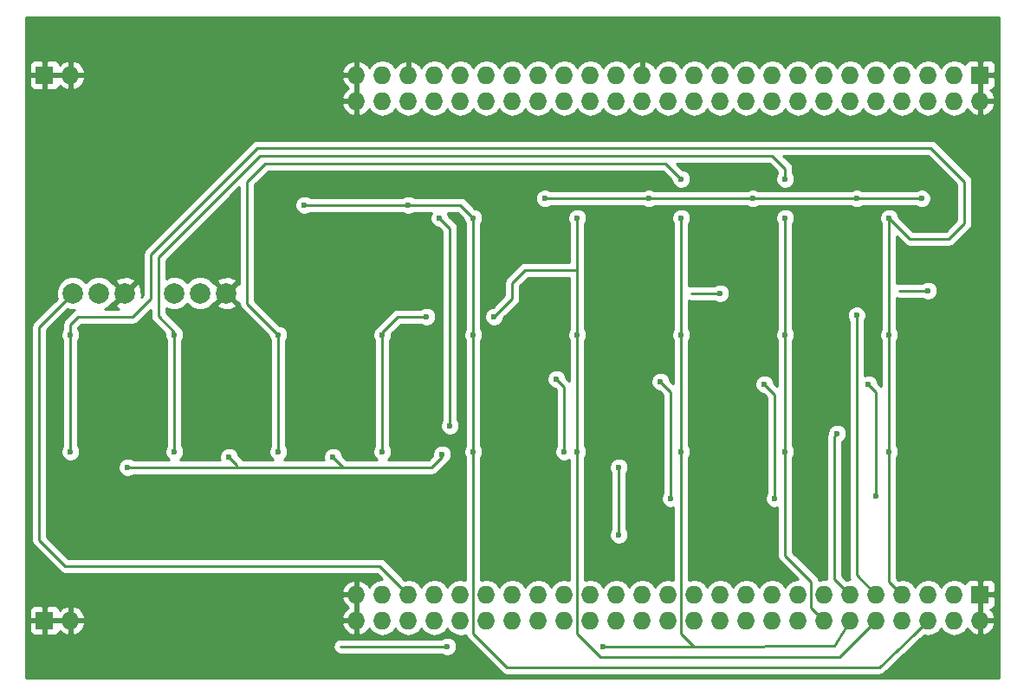
<source format=gbl>
G04 #@! TF.FileFunction,Copper,L2,Bot,Signal*
%FSLAX46Y46*%
G04 Gerber Fmt 4.6, Leading zero omitted, Abs format (unit mm)*
G04 Created by KiCad (PCBNEW 4.0.4+dfsg1-stable) date Wed Nov 30 20:07:11 2016*
%MOMM*%
%LPD*%
G01*
G04 APERTURE LIST*
%ADD10C,0.100000*%
%ADD11R,1.727200X1.727200*%
%ADD12O,1.727200X1.727200*%
%ADD13C,1.998980*%
%ADD14C,0.600000*%
%ADD15C,0.250000*%
%ADD16C,0.254000*%
G04 APERTURE END LIST*
D10*
D11*
X173990000Y-85090000D03*
D12*
X173990000Y-87630000D03*
X171450000Y-85090000D03*
X171450000Y-87630000D03*
X168910000Y-85090000D03*
X168910000Y-87630000D03*
X166370000Y-85090000D03*
X166370000Y-87630000D03*
X163830000Y-85090000D03*
X163830000Y-87630000D03*
X161290000Y-85090000D03*
X161290000Y-87630000D03*
X158750000Y-85090000D03*
X158750000Y-87630000D03*
X156210000Y-85090000D03*
X156210000Y-87630000D03*
X153670000Y-85090000D03*
X153670000Y-87630000D03*
X151130000Y-85090000D03*
X151130000Y-87630000D03*
X148590000Y-85090000D03*
X148590000Y-87630000D03*
X146050000Y-85090000D03*
X146050000Y-87630000D03*
X143510000Y-85090000D03*
X143510000Y-87630000D03*
X140970000Y-85090000D03*
X140970000Y-87630000D03*
X138430000Y-85090000D03*
X138430000Y-87630000D03*
X135890000Y-85090000D03*
X135890000Y-87630000D03*
X133350000Y-85090000D03*
X133350000Y-87630000D03*
X130810000Y-85090000D03*
X130810000Y-87630000D03*
X128270000Y-85090000D03*
X128270000Y-87630000D03*
X125730000Y-85090000D03*
X125730000Y-87630000D03*
X123190000Y-85090000D03*
X123190000Y-87630000D03*
X120650000Y-85090000D03*
X120650000Y-87630000D03*
X118110000Y-85090000D03*
X118110000Y-87630000D03*
X115570000Y-85090000D03*
X115570000Y-87630000D03*
X113030000Y-85090000D03*
X113030000Y-87630000D03*
D11*
X173990000Y-135890000D03*
D12*
X173990000Y-138430000D03*
X171450000Y-135890000D03*
X171450000Y-138430000D03*
X168910000Y-135890000D03*
X168910000Y-138430000D03*
X166370000Y-135890000D03*
X166370000Y-138430000D03*
X163830000Y-135890000D03*
X163830000Y-138430000D03*
X161290000Y-135890000D03*
X161290000Y-138430000D03*
X158750000Y-135890000D03*
X158750000Y-138430000D03*
X156210000Y-135890000D03*
X156210000Y-138430000D03*
X153670000Y-135890000D03*
X153670000Y-138430000D03*
X151130000Y-135890000D03*
X151130000Y-138430000D03*
X148590000Y-135890000D03*
X148590000Y-138430000D03*
X146050000Y-135890000D03*
X146050000Y-138430000D03*
X143510000Y-135890000D03*
X143510000Y-138430000D03*
X140970000Y-135890000D03*
X140970000Y-138430000D03*
X138430000Y-135890000D03*
X138430000Y-138430000D03*
X135890000Y-135890000D03*
X135890000Y-138430000D03*
X133350000Y-135890000D03*
X133350000Y-138430000D03*
X130810000Y-135890000D03*
X130810000Y-138430000D03*
X128270000Y-135890000D03*
X128270000Y-138430000D03*
X125730000Y-135890000D03*
X125730000Y-138430000D03*
X123190000Y-135890000D03*
X123190000Y-138430000D03*
X120650000Y-135890000D03*
X120650000Y-138430000D03*
X118110000Y-135890000D03*
X118110000Y-138430000D03*
X115570000Y-135890000D03*
X115570000Y-138430000D03*
X113030000Y-135890000D03*
X113030000Y-138430000D03*
D11*
X82550000Y-85090000D03*
D12*
X85090000Y-85090000D03*
D11*
X82550000Y-138430000D03*
D12*
X85090000Y-138430000D03*
D13*
X97790000Y-106426000D03*
X100330000Y-106426000D03*
X95250000Y-106426000D03*
X87884000Y-106426000D03*
X90424000Y-106426000D03*
X85344000Y-106426000D03*
D14*
X168910000Y-106172000D03*
X148590000Y-106426000D03*
X132588000Y-114808000D03*
X133350000Y-121920000D03*
X138684000Y-130048000D03*
X138684000Y-123444000D03*
X142748000Y-115062000D03*
X143764000Y-126492000D03*
X152908000Y-115316000D03*
X153924000Y-126492000D03*
X163830000Y-126238000D03*
X163068000Y-115316000D03*
X158242000Y-129032000D03*
X141224000Y-131318000D03*
X108204000Y-129032000D03*
X87630000Y-129032000D03*
X97790000Y-117602000D03*
X168910000Y-129032000D03*
X108204000Y-106172000D03*
X128270000Y-129032000D03*
X148590000Y-129032000D03*
X138430000Y-106172000D03*
X158750000Y-106172000D03*
X97790000Y-129032000D03*
X111252000Y-95250000D03*
X118110000Y-97790000D03*
X107950000Y-97790000D03*
X124460000Y-121920000D03*
X124460000Y-110490000D03*
X124460000Y-99060000D03*
X85090000Y-121920000D03*
X85090000Y-110490000D03*
X165100000Y-121920000D03*
X165100000Y-110490000D03*
X165100000Y-99060000D03*
X119888000Y-108712000D03*
X126492000Y-108712000D03*
X115570000Y-110490000D03*
X115570000Y-121920000D03*
X134620000Y-121920000D03*
X134620000Y-110490000D03*
X134620000Y-99060000D03*
X144780000Y-95250000D03*
X121920000Y-140970000D03*
X137160000Y-140970000D03*
X105410000Y-121920000D03*
X105410000Y-110490000D03*
X144780000Y-121920000D03*
X144780000Y-110490000D03*
X144780000Y-99060000D03*
X154940000Y-95250000D03*
X95250000Y-121920000D03*
X95250000Y-110490000D03*
X154940000Y-121920000D03*
X154940000Y-110490000D03*
X154940000Y-99060000D03*
X160020000Y-120142000D03*
X161925000Y-108585000D03*
X161925000Y-97155000D03*
X151765000Y-97155000D03*
X141605000Y-97155000D03*
X131445000Y-97155000D03*
X168275000Y-97155000D03*
X110744000Y-122428000D03*
X100584000Y-122428000D03*
X90678000Y-123444000D03*
X121412000Y-122174000D03*
X122174000Y-119380000D03*
X121158000Y-99060000D03*
D15*
X166116000Y-106172000D02*
X168910000Y-106172000D01*
X145796000Y-106426000D02*
X148590000Y-106426000D01*
X132588000Y-114808000D02*
X133350000Y-115570000D01*
X133350000Y-115570000D02*
X133350000Y-121920000D01*
X138684000Y-123444000D02*
X138684000Y-130048000D01*
X142748000Y-115062000D02*
X143764000Y-116078000D01*
X143764000Y-116078000D02*
X143764000Y-126492000D01*
X152908000Y-115316000D02*
X153924000Y-116332000D01*
X153924000Y-116332000D02*
X153924000Y-126492000D01*
X163830000Y-116078000D02*
X163830000Y-126238000D01*
X163068000Y-115316000D02*
X163830000Y-116078000D01*
X124460000Y-99060000D02*
X123190000Y-97790000D01*
X123190000Y-97790000D02*
X118110000Y-97790000D01*
X118110000Y-97790000D02*
X107950000Y-97790000D01*
X168910000Y-138430000D02*
X167640000Y-139700000D01*
X127762000Y-143002000D02*
X164154555Y-143002000D01*
X164154555Y-143002000D02*
X167640000Y-139700000D01*
X124460000Y-139700000D02*
X125730000Y-140970000D01*
X124460000Y-139700000D02*
X124460000Y-121920000D01*
X125730000Y-140970000D02*
X127762000Y-143002000D01*
X124460000Y-99060000D02*
X124460000Y-110490000D01*
X124460000Y-110490000D02*
X124460000Y-121920000D01*
X85090000Y-110490000D02*
X85090000Y-109474000D01*
X167132000Y-101092000D02*
X170942000Y-101092000D01*
X170942000Y-101092000D02*
X172466000Y-99568000D01*
X169164000Y-92202000D02*
X103378000Y-92202000D01*
X167132000Y-101092000D02*
X165100000Y-99060000D01*
X172466000Y-99568000D02*
X172466000Y-95504000D01*
X172466000Y-95504000D02*
X169164000Y-92202000D01*
X92964000Y-102616000D02*
X103378000Y-92202000D01*
X92964000Y-106934000D02*
X92964000Y-102616000D01*
X91186000Y-108712000D02*
X92964000Y-106934000D01*
X85852000Y-108712000D02*
X91186000Y-108712000D01*
X85090000Y-109474000D02*
X85852000Y-108712000D01*
X85090000Y-121920000D02*
X85090000Y-110490000D01*
X166370000Y-135890000D02*
X165100000Y-134620000D01*
X165100000Y-134620000D02*
X165100000Y-121920000D01*
X165100000Y-99060000D02*
X165100000Y-110490000D01*
X165100000Y-110490000D02*
X165100000Y-121920000D01*
X115570000Y-110236000D02*
X117094000Y-108712000D01*
X117094000Y-108712000D02*
X119888000Y-108712000D01*
X115570000Y-110490000D02*
X115570000Y-110236000D01*
X134620000Y-104140000D02*
X134620000Y-104394000D01*
X129540000Y-104140000D02*
X134620000Y-104140000D01*
X128270000Y-105410000D02*
X129540000Y-104140000D01*
X128270000Y-106934000D02*
X128270000Y-105410000D01*
X126492000Y-108712000D02*
X128270000Y-106934000D01*
X115570000Y-121920000D02*
X115570000Y-110490000D01*
X163830000Y-138430000D02*
X162560000Y-139700000D01*
X136906000Y-141986000D02*
X160274000Y-141986000D01*
X160274000Y-141986000D02*
X162560000Y-139700000D01*
X134620000Y-139700000D02*
X134620000Y-121920000D01*
X134620000Y-139700000D02*
X136906000Y-141986000D01*
X134620000Y-99060000D02*
X134620000Y-104394000D01*
X134620000Y-104394000D02*
X134620000Y-110490000D01*
X134620000Y-110490000D02*
X134620000Y-121920000D01*
X144780000Y-95250000D02*
X143256000Y-93726000D01*
X139446000Y-93726000D02*
X104140000Y-93726000D01*
X143256000Y-93726000D02*
X139446000Y-93726000D01*
X102362000Y-107442000D02*
X105410000Y-110490000D01*
X102362000Y-95504000D02*
X102362000Y-107442000D01*
X104140000Y-93726000D02*
X102362000Y-95504000D01*
X146052149Y-140972149D02*
X137162149Y-140972149D01*
X121920000Y-140970000D02*
X111506000Y-140970000D01*
X137162149Y-140972149D02*
X137160000Y-140970000D01*
X105410000Y-121920000D02*
X105410000Y-110490000D01*
X146052149Y-140972149D02*
X159726024Y-140913962D01*
X159726024Y-140913962D02*
X161290000Y-138430000D01*
X144780000Y-139700000D02*
X144780000Y-121920000D01*
X144780000Y-139700000D02*
X146052149Y-140972149D01*
X161290000Y-139065000D02*
X161290000Y-138430000D01*
X144780000Y-99060000D02*
X144780000Y-110490000D01*
X144780000Y-110490000D02*
X144780000Y-121920000D01*
X95250000Y-110490000D02*
X95250000Y-110236000D01*
X93668002Y-102927998D02*
X95250000Y-101346000D01*
X93668002Y-108654002D02*
X93668002Y-102927998D01*
X95250000Y-110236000D02*
X93668002Y-108654002D01*
X154940000Y-95250000D02*
X154940000Y-94234000D01*
X154940000Y-94234000D02*
X153670000Y-92964000D01*
X103632000Y-92964000D02*
X95250000Y-101346000D01*
X153670000Y-92964000D02*
X103632000Y-92964000D01*
X95250000Y-121920000D02*
X95250000Y-110490000D01*
X158750000Y-138430000D02*
X157480000Y-137160000D01*
X157480000Y-134620000D02*
X154940000Y-132080000D01*
X157480000Y-137160000D02*
X157480000Y-134620000D01*
X154940000Y-121920000D02*
X154940000Y-132080000D01*
X154940000Y-99060000D02*
X154940000Y-110490000D01*
X154940000Y-110490000D02*
X154940000Y-121920000D01*
X85344000Y-106426000D02*
X82042000Y-109728000D01*
X115316000Y-133096000D02*
X118110000Y-135890000D01*
X84582000Y-133096000D02*
X115316000Y-133096000D01*
X82042000Y-130556000D02*
X84582000Y-133096000D01*
X82042000Y-109728000D02*
X82042000Y-130556000D01*
X159766000Y-134112000D02*
X159766000Y-134366000D01*
X159766000Y-128524000D02*
X159766000Y-120396000D01*
X160020000Y-120142000D02*
X159766000Y-120396000D01*
X159766000Y-128524000D02*
X159766000Y-134112000D01*
X159766000Y-134366000D02*
X161290000Y-135890000D01*
X163830000Y-135890000D02*
X161925000Y-133985000D01*
X161925000Y-133985000D02*
X161925000Y-108585000D01*
X168275000Y-97155000D02*
X161925000Y-97155000D01*
X161925000Y-97155000D02*
X151765000Y-97155000D01*
X151765000Y-97155000D02*
X141605000Y-97155000D01*
X141605000Y-97155000D02*
X131445000Y-97155000D01*
X110744000Y-122428000D02*
X111760000Y-123444000D01*
X101346000Y-123190000D02*
X101346000Y-123444000D01*
X100584000Y-122428000D02*
X101346000Y-123190000D01*
X90678000Y-123444000D02*
X101346000Y-123444000D01*
X101346000Y-123444000D02*
X111760000Y-123444000D01*
X111760000Y-123444000D02*
X120396000Y-123444000D01*
X120396000Y-123444000D02*
X121412000Y-122428000D01*
X121412000Y-122428000D02*
X121412000Y-122174000D01*
X122174000Y-100076000D02*
X122174000Y-119380000D01*
X121158000Y-99060000D02*
X122174000Y-100076000D01*
D16*
G36*
X175820000Y-144070000D02*
X80720000Y-144070000D01*
X80720000Y-140970000D01*
X110746000Y-140970000D01*
X110803852Y-141260839D01*
X110968599Y-141507401D01*
X111215161Y-141672148D01*
X111506000Y-141730000D01*
X121357537Y-141730000D01*
X121389673Y-141762192D01*
X121733201Y-141904838D01*
X122105167Y-141905162D01*
X122448943Y-141763117D01*
X122712192Y-141500327D01*
X122854838Y-141156799D01*
X122855162Y-140784833D01*
X122713117Y-140441057D01*
X122450327Y-140177808D01*
X122106799Y-140035162D01*
X121734833Y-140034838D01*
X121391057Y-140176883D01*
X121357882Y-140210000D01*
X111506000Y-140210000D01*
X111215161Y-140267852D01*
X110968599Y-140432599D01*
X110803852Y-140679161D01*
X110746000Y-140970000D01*
X80720000Y-140970000D01*
X80720000Y-138715750D01*
X81051400Y-138715750D01*
X81051400Y-139419910D01*
X81148073Y-139653299D01*
X81326702Y-139831927D01*
X81560091Y-139928600D01*
X82264250Y-139928600D01*
X82423000Y-139769850D01*
X82423000Y-138557000D01*
X82677000Y-138557000D01*
X82677000Y-139769850D01*
X82835750Y-139928600D01*
X83539909Y-139928600D01*
X83773298Y-139831927D01*
X83951927Y-139653299D01*
X84034529Y-139453881D01*
X84201510Y-139636821D01*
X84730973Y-139884968D01*
X84963000Y-139764469D01*
X84963000Y-138557000D01*
X85217000Y-138557000D01*
X85217000Y-139764469D01*
X85449027Y-139884968D01*
X85978490Y-139636821D01*
X86372688Y-139204947D01*
X86544957Y-138789027D01*
X111575032Y-138789027D01*
X111823179Y-139318490D01*
X112255053Y-139712688D01*
X112670974Y-139884958D01*
X112903000Y-139763817D01*
X112903000Y-138557000D01*
X111695531Y-138557000D01*
X111575032Y-138789027D01*
X86544957Y-138789027D01*
X86544958Y-138789026D01*
X86423817Y-138557000D01*
X85217000Y-138557000D01*
X84963000Y-138557000D01*
X82677000Y-138557000D01*
X82423000Y-138557000D01*
X81210150Y-138557000D01*
X81051400Y-138715750D01*
X80720000Y-138715750D01*
X80720000Y-137440090D01*
X81051400Y-137440090D01*
X81051400Y-138144250D01*
X81210150Y-138303000D01*
X82423000Y-138303000D01*
X82423000Y-137090150D01*
X82677000Y-137090150D01*
X82677000Y-138303000D01*
X84963000Y-138303000D01*
X84963000Y-137095531D01*
X85217000Y-137095531D01*
X85217000Y-138303000D01*
X86423817Y-138303000D01*
X86544958Y-138070974D01*
X86372688Y-137655053D01*
X85978490Y-137223179D01*
X85449027Y-136975032D01*
X85217000Y-137095531D01*
X84963000Y-137095531D01*
X84730973Y-136975032D01*
X84201510Y-137223179D01*
X84034529Y-137406119D01*
X83951927Y-137206701D01*
X83773298Y-137028073D01*
X83539909Y-136931400D01*
X82835750Y-136931400D01*
X82677000Y-137090150D01*
X82423000Y-137090150D01*
X82264250Y-136931400D01*
X81560091Y-136931400D01*
X81326702Y-137028073D01*
X81148073Y-137206701D01*
X81051400Y-137440090D01*
X80720000Y-137440090D01*
X80720000Y-136249027D01*
X111575032Y-136249027D01*
X111823179Y-136778490D01*
X112241152Y-137160000D01*
X111823179Y-137541510D01*
X111575032Y-138070973D01*
X111695531Y-138303000D01*
X112903000Y-138303000D01*
X112903000Y-136017000D01*
X111695531Y-136017000D01*
X111575032Y-136249027D01*
X80720000Y-136249027D01*
X80720000Y-135530973D01*
X111575032Y-135530973D01*
X111695531Y-135763000D01*
X112903000Y-135763000D01*
X112903000Y-134556183D01*
X112670974Y-134435042D01*
X112255053Y-134607312D01*
X111823179Y-135001510D01*
X111575032Y-135530973D01*
X80720000Y-135530973D01*
X80720000Y-109728000D01*
X81282000Y-109728000D01*
X81282000Y-130556000D01*
X81339852Y-130846839D01*
X81504599Y-131093401D01*
X84044599Y-133633401D01*
X84291160Y-133798148D01*
X84339414Y-133807746D01*
X84582000Y-133856000D01*
X115001198Y-133856000D01*
X115517652Y-134372454D01*
X114996511Y-134476115D01*
X114510330Y-134800971D01*
X114294336Y-135124228D01*
X114236821Y-135001510D01*
X113804947Y-134607312D01*
X113389026Y-134435042D01*
X113157000Y-134556183D01*
X113157000Y-135763000D01*
X113177000Y-135763000D01*
X113177000Y-136017000D01*
X113157000Y-136017000D01*
X113157000Y-138303000D01*
X113177000Y-138303000D01*
X113177000Y-138557000D01*
X113157000Y-138557000D01*
X113157000Y-139763817D01*
X113389026Y-139884958D01*
X113804947Y-139712688D01*
X114236821Y-139318490D01*
X114294336Y-139195772D01*
X114510330Y-139519029D01*
X114996511Y-139843885D01*
X115570000Y-139957959D01*
X116143489Y-139843885D01*
X116629670Y-139519029D01*
X116840000Y-139204248D01*
X117050330Y-139519029D01*
X117536511Y-139843885D01*
X118110000Y-139957959D01*
X118683489Y-139843885D01*
X119169670Y-139519029D01*
X119380000Y-139204248D01*
X119590330Y-139519029D01*
X120076511Y-139843885D01*
X120650000Y-139957959D01*
X121223489Y-139843885D01*
X121709670Y-139519029D01*
X121920000Y-139204248D01*
X122130330Y-139519029D01*
X122616511Y-139843885D01*
X123190000Y-139957959D01*
X123729948Y-139850557D01*
X123757852Y-139990839D01*
X123922599Y-140237401D01*
X127224599Y-143539401D01*
X127471161Y-143704148D01*
X127762000Y-143762000D01*
X164154555Y-143762000D01*
X164290114Y-143735035D01*
X164426318Y-143711749D01*
X164435153Y-143706185D01*
X164445394Y-143704148D01*
X164560299Y-143627371D01*
X164677241Y-143553724D01*
X168162686Y-140251724D01*
X168168720Y-140243202D01*
X168177401Y-140237401D01*
X168532027Y-139882775D01*
X168910000Y-139957959D01*
X169483489Y-139843885D01*
X169969670Y-139519029D01*
X170180000Y-139204248D01*
X170390330Y-139519029D01*
X170876511Y-139843885D01*
X171450000Y-139957959D01*
X172023489Y-139843885D01*
X172509670Y-139519029D01*
X172725664Y-139195772D01*
X172783179Y-139318490D01*
X173215053Y-139712688D01*
X173630974Y-139884958D01*
X173863000Y-139763817D01*
X173863000Y-138557000D01*
X174117000Y-138557000D01*
X174117000Y-139763817D01*
X174349026Y-139884958D01*
X174764947Y-139712688D01*
X175196821Y-139318490D01*
X175444968Y-138789027D01*
X175324469Y-138557000D01*
X174117000Y-138557000D01*
X173863000Y-138557000D01*
X173843000Y-138557000D01*
X173843000Y-138303000D01*
X173863000Y-138303000D01*
X173863000Y-136017000D01*
X174117000Y-136017000D01*
X174117000Y-138303000D01*
X175324469Y-138303000D01*
X175444968Y-138070973D01*
X175196821Y-137541510D01*
X175013881Y-137374529D01*
X175213299Y-137291927D01*
X175391927Y-137113298D01*
X175488600Y-136879909D01*
X175488600Y-136175750D01*
X175329850Y-136017000D01*
X174117000Y-136017000D01*
X173863000Y-136017000D01*
X173843000Y-136017000D01*
X173843000Y-135763000D01*
X173863000Y-135763000D01*
X173863000Y-134550150D01*
X174117000Y-134550150D01*
X174117000Y-135763000D01*
X175329850Y-135763000D01*
X175488600Y-135604250D01*
X175488600Y-134900091D01*
X175391927Y-134666702D01*
X175213299Y-134488073D01*
X174979910Y-134391400D01*
X174275750Y-134391400D01*
X174117000Y-134550150D01*
X173863000Y-134550150D01*
X173704250Y-134391400D01*
X173000090Y-134391400D01*
X172766701Y-134488073D01*
X172588073Y-134666702D01*
X172523737Y-134822023D01*
X172509670Y-134800971D01*
X172023489Y-134476115D01*
X171450000Y-134362041D01*
X170876511Y-134476115D01*
X170390330Y-134800971D01*
X170180000Y-135115752D01*
X169969670Y-134800971D01*
X169483489Y-134476115D01*
X168910000Y-134362041D01*
X168336511Y-134476115D01*
X167850330Y-134800971D01*
X167640000Y-135115752D01*
X167429670Y-134800971D01*
X166943489Y-134476115D01*
X166370000Y-134362041D01*
X165992027Y-134437225D01*
X165860000Y-134305198D01*
X165860000Y-122482463D01*
X165892192Y-122450327D01*
X166034838Y-122106799D01*
X166035162Y-121734833D01*
X165893117Y-121391057D01*
X165860000Y-121357882D01*
X165860000Y-111052463D01*
X165892192Y-111020327D01*
X166034838Y-110676799D01*
X166035162Y-110304833D01*
X165893117Y-109961057D01*
X165860000Y-109927882D01*
X165860000Y-106881078D01*
X166116000Y-106932000D01*
X168347537Y-106932000D01*
X168379673Y-106964192D01*
X168723201Y-107106838D01*
X169095167Y-107107162D01*
X169438943Y-106965117D01*
X169702192Y-106702327D01*
X169844838Y-106358799D01*
X169845162Y-105986833D01*
X169703117Y-105643057D01*
X169440327Y-105379808D01*
X169096799Y-105237162D01*
X168724833Y-105236838D01*
X168381057Y-105378883D01*
X168347882Y-105412000D01*
X166116000Y-105412000D01*
X165860000Y-105462922D01*
X165860000Y-100894802D01*
X166594599Y-101629401D01*
X166841161Y-101794148D01*
X167132000Y-101852000D01*
X170942000Y-101852000D01*
X171232839Y-101794148D01*
X171479401Y-101629401D01*
X173003401Y-100105401D01*
X173168148Y-99858840D01*
X173177746Y-99810586D01*
X173226000Y-99568000D01*
X173226000Y-95504000D01*
X173168148Y-95213161D01*
X173168148Y-95213160D01*
X173003401Y-94966599D01*
X169701401Y-91664599D01*
X169454839Y-91499852D01*
X169164000Y-91442000D01*
X103378000Y-91442000D01*
X103087161Y-91499852D01*
X102840599Y-91664599D01*
X92426599Y-102078599D01*
X92261852Y-102325161D01*
X92204000Y-102616000D01*
X92204000Y-106619198D01*
X92031940Y-106791258D01*
X92069401Y-106690418D01*
X92045341Y-106040623D01*
X91842965Y-105552042D01*
X91576163Y-105453443D01*
X90603605Y-106426000D01*
X90617748Y-106440142D01*
X90438142Y-106619748D01*
X90424000Y-106605605D01*
X89451443Y-107578163D01*
X89550042Y-107844965D01*
X89838168Y-107952000D01*
X88470947Y-107952000D01*
X88808655Y-107812462D01*
X89236401Y-107385461D01*
X89271837Y-107398557D01*
X90244395Y-106426000D01*
X89271837Y-105453443D01*
X89235901Y-105466724D01*
X89043351Y-105273837D01*
X89451443Y-105273837D01*
X90424000Y-106246395D01*
X91396557Y-105273837D01*
X91297958Y-105007035D01*
X90688418Y-104780599D01*
X90038623Y-104804659D01*
X89550042Y-105007035D01*
X89451443Y-105273837D01*
X89043351Y-105273837D01*
X88811073Y-105041154D01*
X88210547Y-104791794D01*
X87560306Y-104791226D01*
X86959345Y-105039538D01*
X86613801Y-105384480D01*
X86271073Y-105041154D01*
X85670547Y-104791794D01*
X85020306Y-104791226D01*
X84419345Y-105039538D01*
X83959154Y-105498927D01*
X83709794Y-106099453D01*
X83709226Y-106749694D01*
X83778309Y-106916889D01*
X81504599Y-109190599D01*
X81339852Y-109437161D01*
X81282000Y-109728000D01*
X80720000Y-109728000D01*
X80720000Y-87989027D01*
X111575032Y-87989027D01*
X111823179Y-88518490D01*
X112255053Y-88912688D01*
X112670974Y-89084958D01*
X112903000Y-88963817D01*
X112903000Y-87757000D01*
X111695531Y-87757000D01*
X111575032Y-87989027D01*
X80720000Y-87989027D01*
X80720000Y-85375750D01*
X81051400Y-85375750D01*
X81051400Y-86079910D01*
X81148073Y-86313299D01*
X81326702Y-86491927D01*
X81560091Y-86588600D01*
X82264250Y-86588600D01*
X82423000Y-86429850D01*
X82423000Y-85217000D01*
X82677000Y-85217000D01*
X82677000Y-86429850D01*
X82835750Y-86588600D01*
X83539909Y-86588600D01*
X83773298Y-86491927D01*
X83951927Y-86313299D01*
X84034529Y-86113881D01*
X84201510Y-86296821D01*
X84730973Y-86544968D01*
X84963000Y-86424469D01*
X84963000Y-85217000D01*
X85217000Y-85217000D01*
X85217000Y-86424469D01*
X85449027Y-86544968D01*
X85978490Y-86296821D01*
X86372688Y-85864947D01*
X86544957Y-85449027D01*
X111575032Y-85449027D01*
X111823179Y-85978490D01*
X112241152Y-86360000D01*
X111823179Y-86741510D01*
X111575032Y-87270973D01*
X111695531Y-87503000D01*
X112903000Y-87503000D01*
X112903000Y-85217000D01*
X111695531Y-85217000D01*
X111575032Y-85449027D01*
X86544957Y-85449027D01*
X86544958Y-85449026D01*
X86423817Y-85217000D01*
X85217000Y-85217000D01*
X84963000Y-85217000D01*
X82677000Y-85217000D01*
X82423000Y-85217000D01*
X81210150Y-85217000D01*
X81051400Y-85375750D01*
X80720000Y-85375750D01*
X80720000Y-84100090D01*
X81051400Y-84100090D01*
X81051400Y-84804250D01*
X81210150Y-84963000D01*
X82423000Y-84963000D01*
X82423000Y-83750150D01*
X82677000Y-83750150D01*
X82677000Y-84963000D01*
X84963000Y-84963000D01*
X84963000Y-83755531D01*
X85217000Y-83755531D01*
X85217000Y-84963000D01*
X86423817Y-84963000D01*
X86544958Y-84730974D01*
X86544958Y-84730973D01*
X111575032Y-84730973D01*
X111695531Y-84963000D01*
X112903000Y-84963000D01*
X112903000Y-83756183D01*
X113157000Y-83756183D01*
X113157000Y-84963000D01*
X113177000Y-84963000D01*
X113177000Y-85217000D01*
X113157000Y-85217000D01*
X113157000Y-87503000D01*
X113177000Y-87503000D01*
X113177000Y-87757000D01*
X113157000Y-87757000D01*
X113157000Y-88963817D01*
X113389026Y-89084958D01*
X113804947Y-88912688D01*
X114236821Y-88518490D01*
X114294336Y-88395772D01*
X114510330Y-88719029D01*
X114996511Y-89043885D01*
X115570000Y-89157959D01*
X116143489Y-89043885D01*
X116629670Y-88719029D01*
X116840000Y-88404248D01*
X117050330Y-88719029D01*
X117536511Y-89043885D01*
X118110000Y-89157959D01*
X118683489Y-89043885D01*
X119169670Y-88719029D01*
X119380000Y-88404248D01*
X119590330Y-88719029D01*
X120076511Y-89043885D01*
X120650000Y-89157959D01*
X121223489Y-89043885D01*
X121709670Y-88719029D01*
X121920000Y-88404248D01*
X122130330Y-88719029D01*
X122616511Y-89043885D01*
X123190000Y-89157959D01*
X123763489Y-89043885D01*
X124249670Y-88719029D01*
X124460000Y-88404248D01*
X124670330Y-88719029D01*
X125156511Y-89043885D01*
X125730000Y-89157959D01*
X126303489Y-89043885D01*
X126789670Y-88719029D01*
X127000000Y-88404248D01*
X127210330Y-88719029D01*
X127696511Y-89043885D01*
X128270000Y-89157959D01*
X128843489Y-89043885D01*
X129329670Y-88719029D01*
X129540000Y-88404248D01*
X129750330Y-88719029D01*
X130236511Y-89043885D01*
X130810000Y-89157959D01*
X131383489Y-89043885D01*
X131869670Y-88719029D01*
X132080000Y-88404248D01*
X132290330Y-88719029D01*
X132776511Y-89043885D01*
X133350000Y-89157959D01*
X133923489Y-89043885D01*
X134409670Y-88719029D01*
X134620000Y-88404248D01*
X134830330Y-88719029D01*
X135316511Y-89043885D01*
X135890000Y-89157959D01*
X136463489Y-89043885D01*
X136949670Y-88719029D01*
X137160000Y-88404248D01*
X137370330Y-88719029D01*
X137856511Y-89043885D01*
X138430000Y-89157959D01*
X139003489Y-89043885D01*
X139489670Y-88719029D01*
X139700000Y-88404248D01*
X139910330Y-88719029D01*
X140396511Y-89043885D01*
X140970000Y-89157959D01*
X141543489Y-89043885D01*
X142029670Y-88719029D01*
X142240000Y-88404248D01*
X142450330Y-88719029D01*
X142936511Y-89043885D01*
X143510000Y-89157959D01*
X144083489Y-89043885D01*
X144569670Y-88719029D01*
X144780000Y-88404248D01*
X144990330Y-88719029D01*
X145476511Y-89043885D01*
X146050000Y-89157959D01*
X146623489Y-89043885D01*
X147109670Y-88719029D01*
X147320000Y-88404248D01*
X147530330Y-88719029D01*
X148016511Y-89043885D01*
X148590000Y-89157959D01*
X149163489Y-89043885D01*
X149649670Y-88719029D01*
X149860000Y-88404248D01*
X150070330Y-88719029D01*
X150556511Y-89043885D01*
X151130000Y-89157959D01*
X151703489Y-89043885D01*
X152189670Y-88719029D01*
X152400000Y-88404248D01*
X152610330Y-88719029D01*
X153096511Y-89043885D01*
X153670000Y-89157959D01*
X154243489Y-89043885D01*
X154729670Y-88719029D01*
X154940000Y-88404248D01*
X155150330Y-88719029D01*
X155636511Y-89043885D01*
X156210000Y-89157959D01*
X156783489Y-89043885D01*
X157269670Y-88719029D01*
X157480000Y-88404248D01*
X157690330Y-88719029D01*
X158176511Y-89043885D01*
X158750000Y-89157959D01*
X159323489Y-89043885D01*
X159809670Y-88719029D01*
X160020000Y-88404248D01*
X160230330Y-88719029D01*
X160716511Y-89043885D01*
X161290000Y-89157959D01*
X161863489Y-89043885D01*
X162349670Y-88719029D01*
X162560000Y-88404248D01*
X162770330Y-88719029D01*
X163256511Y-89043885D01*
X163830000Y-89157959D01*
X164403489Y-89043885D01*
X164889670Y-88719029D01*
X165100000Y-88404248D01*
X165310330Y-88719029D01*
X165796511Y-89043885D01*
X166370000Y-89157959D01*
X166943489Y-89043885D01*
X167429670Y-88719029D01*
X167640000Y-88404248D01*
X167850330Y-88719029D01*
X168336511Y-89043885D01*
X168910000Y-89157959D01*
X169483489Y-89043885D01*
X169969670Y-88719029D01*
X170180000Y-88404248D01*
X170390330Y-88719029D01*
X170876511Y-89043885D01*
X171450000Y-89157959D01*
X172023489Y-89043885D01*
X172509670Y-88719029D01*
X172725664Y-88395772D01*
X172783179Y-88518490D01*
X173215053Y-88912688D01*
X173630974Y-89084958D01*
X173863000Y-88963817D01*
X173863000Y-87757000D01*
X174117000Y-87757000D01*
X174117000Y-88963817D01*
X174349026Y-89084958D01*
X174764947Y-88912688D01*
X175196821Y-88518490D01*
X175444968Y-87989027D01*
X175324469Y-87757000D01*
X174117000Y-87757000D01*
X173863000Y-87757000D01*
X173843000Y-87757000D01*
X173843000Y-87503000D01*
X173863000Y-87503000D01*
X173863000Y-85217000D01*
X174117000Y-85217000D01*
X174117000Y-87503000D01*
X175324469Y-87503000D01*
X175444968Y-87270973D01*
X175196821Y-86741510D01*
X175013881Y-86574529D01*
X175213299Y-86491927D01*
X175391927Y-86313298D01*
X175488600Y-86079909D01*
X175488600Y-85375750D01*
X175329850Y-85217000D01*
X174117000Y-85217000D01*
X173863000Y-85217000D01*
X173843000Y-85217000D01*
X173843000Y-84963000D01*
X173863000Y-84963000D01*
X173863000Y-83750150D01*
X174117000Y-83750150D01*
X174117000Y-84963000D01*
X175329850Y-84963000D01*
X175488600Y-84804250D01*
X175488600Y-84100091D01*
X175391927Y-83866702D01*
X175213299Y-83688073D01*
X174979910Y-83591400D01*
X174275750Y-83591400D01*
X174117000Y-83750150D01*
X173863000Y-83750150D01*
X173704250Y-83591400D01*
X173000090Y-83591400D01*
X172766701Y-83688073D01*
X172588073Y-83866702D01*
X172523737Y-84022023D01*
X172509670Y-84000971D01*
X172023489Y-83676115D01*
X171450000Y-83562041D01*
X170876511Y-83676115D01*
X170390330Y-84000971D01*
X170180000Y-84315752D01*
X169969670Y-84000971D01*
X169483489Y-83676115D01*
X168910000Y-83562041D01*
X168336511Y-83676115D01*
X167850330Y-84000971D01*
X167640000Y-84315752D01*
X167429670Y-84000971D01*
X166943489Y-83676115D01*
X166370000Y-83562041D01*
X165796511Y-83676115D01*
X165310330Y-84000971D01*
X165100000Y-84315752D01*
X164889670Y-84000971D01*
X164403489Y-83676115D01*
X163830000Y-83562041D01*
X163256511Y-83676115D01*
X162770330Y-84000971D01*
X162560000Y-84315752D01*
X162349670Y-84000971D01*
X161863489Y-83676115D01*
X161290000Y-83562041D01*
X160716511Y-83676115D01*
X160230330Y-84000971D01*
X160020000Y-84315752D01*
X159809670Y-84000971D01*
X159323489Y-83676115D01*
X158750000Y-83562041D01*
X158176511Y-83676115D01*
X157690330Y-84000971D01*
X157480000Y-84315752D01*
X157269670Y-84000971D01*
X156783489Y-83676115D01*
X156210000Y-83562041D01*
X155636511Y-83676115D01*
X155150330Y-84000971D01*
X154940000Y-84315752D01*
X154729670Y-84000971D01*
X154243489Y-83676115D01*
X153670000Y-83562041D01*
X153096511Y-83676115D01*
X152610330Y-84000971D01*
X152400000Y-84315752D01*
X152189670Y-84000971D01*
X151703489Y-83676115D01*
X151130000Y-83562041D01*
X150556511Y-83676115D01*
X150070330Y-84000971D01*
X149860000Y-84315752D01*
X149649670Y-84000971D01*
X149163489Y-83676115D01*
X148590000Y-83562041D01*
X148016511Y-83676115D01*
X147530330Y-84000971D01*
X147320000Y-84315752D01*
X147109670Y-84000971D01*
X146623489Y-83676115D01*
X146050000Y-83562041D01*
X145476511Y-83676115D01*
X144990330Y-84000971D01*
X144780000Y-84315752D01*
X144569670Y-84000971D01*
X144083489Y-83676115D01*
X143510000Y-83562041D01*
X142936511Y-83676115D01*
X142450330Y-84000971D01*
X142234336Y-84324228D01*
X142176821Y-84201510D01*
X141744947Y-83807312D01*
X141329026Y-83635042D01*
X141097000Y-83756183D01*
X141097000Y-84963000D01*
X141117000Y-84963000D01*
X141117000Y-85217000D01*
X141097000Y-85217000D01*
X141097000Y-85237000D01*
X140843000Y-85237000D01*
X140843000Y-85217000D01*
X140823000Y-85217000D01*
X140823000Y-84963000D01*
X140843000Y-84963000D01*
X140843000Y-83756183D01*
X140610974Y-83635042D01*
X140195053Y-83807312D01*
X139763179Y-84201510D01*
X139705664Y-84324228D01*
X139489670Y-84000971D01*
X139003489Y-83676115D01*
X138430000Y-83562041D01*
X137856511Y-83676115D01*
X137370330Y-84000971D01*
X137160000Y-84315752D01*
X136949670Y-84000971D01*
X136463489Y-83676115D01*
X135890000Y-83562041D01*
X135316511Y-83676115D01*
X134830330Y-84000971D01*
X134620000Y-84315752D01*
X134409670Y-84000971D01*
X133923489Y-83676115D01*
X133350000Y-83562041D01*
X132776511Y-83676115D01*
X132290330Y-84000971D01*
X132080000Y-84315752D01*
X131869670Y-84000971D01*
X131383489Y-83676115D01*
X130810000Y-83562041D01*
X130236511Y-83676115D01*
X129750330Y-84000971D01*
X129540000Y-84315752D01*
X129329670Y-84000971D01*
X128843489Y-83676115D01*
X128270000Y-83562041D01*
X127696511Y-83676115D01*
X127210330Y-84000971D01*
X127000000Y-84315752D01*
X126789670Y-84000971D01*
X126303489Y-83676115D01*
X125730000Y-83562041D01*
X125156511Y-83676115D01*
X124670330Y-84000971D01*
X124460000Y-84315752D01*
X124249670Y-84000971D01*
X123763489Y-83676115D01*
X123190000Y-83562041D01*
X122616511Y-83676115D01*
X122130330Y-84000971D01*
X121920000Y-84315752D01*
X121709670Y-84000971D01*
X121223489Y-83676115D01*
X120650000Y-83562041D01*
X120076511Y-83676115D01*
X119590330Y-84000971D01*
X119374336Y-84324228D01*
X119316821Y-84201510D01*
X118884947Y-83807312D01*
X118469026Y-83635042D01*
X118237000Y-83756183D01*
X118237000Y-84963000D01*
X118257000Y-84963000D01*
X118257000Y-85217000D01*
X118237000Y-85217000D01*
X118237000Y-85237000D01*
X117983000Y-85237000D01*
X117983000Y-85217000D01*
X117963000Y-85217000D01*
X117963000Y-84963000D01*
X117983000Y-84963000D01*
X117983000Y-83756183D01*
X117750974Y-83635042D01*
X117335053Y-83807312D01*
X116903179Y-84201510D01*
X116845664Y-84324228D01*
X116629670Y-84000971D01*
X116143489Y-83676115D01*
X115570000Y-83562041D01*
X114996511Y-83676115D01*
X114510330Y-84000971D01*
X114294336Y-84324228D01*
X114236821Y-84201510D01*
X113804947Y-83807312D01*
X113389026Y-83635042D01*
X113157000Y-83756183D01*
X112903000Y-83756183D01*
X112670974Y-83635042D01*
X112255053Y-83807312D01*
X111823179Y-84201510D01*
X111575032Y-84730973D01*
X86544958Y-84730973D01*
X86372688Y-84315053D01*
X85978490Y-83883179D01*
X85449027Y-83635032D01*
X85217000Y-83755531D01*
X84963000Y-83755531D01*
X84730973Y-83635032D01*
X84201510Y-83883179D01*
X84034529Y-84066119D01*
X83951927Y-83866701D01*
X83773298Y-83688073D01*
X83539909Y-83591400D01*
X82835750Y-83591400D01*
X82677000Y-83750150D01*
X82423000Y-83750150D01*
X82264250Y-83591400D01*
X81560091Y-83591400D01*
X81326702Y-83688073D01*
X81148073Y-83866701D01*
X81051400Y-84100090D01*
X80720000Y-84100090D01*
X80720000Y-79450000D01*
X175820000Y-79450000D01*
X175820000Y-144070000D01*
X175820000Y-144070000D01*
G37*
X175820000Y-144070000D02*
X80720000Y-144070000D01*
X80720000Y-140970000D01*
X110746000Y-140970000D01*
X110803852Y-141260839D01*
X110968599Y-141507401D01*
X111215161Y-141672148D01*
X111506000Y-141730000D01*
X121357537Y-141730000D01*
X121389673Y-141762192D01*
X121733201Y-141904838D01*
X122105167Y-141905162D01*
X122448943Y-141763117D01*
X122712192Y-141500327D01*
X122854838Y-141156799D01*
X122855162Y-140784833D01*
X122713117Y-140441057D01*
X122450327Y-140177808D01*
X122106799Y-140035162D01*
X121734833Y-140034838D01*
X121391057Y-140176883D01*
X121357882Y-140210000D01*
X111506000Y-140210000D01*
X111215161Y-140267852D01*
X110968599Y-140432599D01*
X110803852Y-140679161D01*
X110746000Y-140970000D01*
X80720000Y-140970000D01*
X80720000Y-138715750D01*
X81051400Y-138715750D01*
X81051400Y-139419910D01*
X81148073Y-139653299D01*
X81326702Y-139831927D01*
X81560091Y-139928600D01*
X82264250Y-139928600D01*
X82423000Y-139769850D01*
X82423000Y-138557000D01*
X82677000Y-138557000D01*
X82677000Y-139769850D01*
X82835750Y-139928600D01*
X83539909Y-139928600D01*
X83773298Y-139831927D01*
X83951927Y-139653299D01*
X84034529Y-139453881D01*
X84201510Y-139636821D01*
X84730973Y-139884968D01*
X84963000Y-139764469D01*
X84963000Y-138557000D01*
X85217000Y-138557000D01*
X85217000Y-139764469D01*
X85449027Y-139884968D01*
X85978490Y-139636821D01*
X86372688Y-139204947D01*
X86544957Y-138789027D01*
X111575032Y-138789027D01*
X111823179Y-139318490D01*
X112255053Y-139712688D01*
X112670974Y-139884958D01*
X112903000Y-139763817D01*
X112903000Y-138557000D01*
X111695531Y-138557000D01*
X111575032Y-138789027D01*
X86544957Y-138789027D01*
X86544958Y-138789026D01*
X86423817Y-138557000D01*
X85217000Y-138557000D01*
X84963000Y-138557000D01*
X82677000Y-138557000D01*
X82423000Y-138557000D01*
X81210150Y-138557000D01*
X81051400Y-138715750D01*
X80720000Y-138715750D01*
X80720000Y-137440090D01*
X81051400Y-137440090D01*
X81051400Y-138144250D01*
X81210150Y-138303000D01*
X82423000Y-138303000D01*
X82423000Y-137090150D01*
X82677000Y-137090150D01*
X82677000Y-138303000D01*
X84963000Y-138303000D01*
X84963000Y-137095531D01*
X85217000Y-137095531D01*
X85217000Y-138303000D01*
X86423817Y-138303000D01*
X86544958Y-138070974D01*
X86372688Y-137655053D01*
X85978490Y-137223179D01*
X85449027Y-136975032D01*
X85217000Y-137095531D01*
X84963000Y-137095531D01*
X84730973Y-136975032D01*
X84201510Y-137223179D01*
X84034529Y-137406119D01*
X83951927Y-137206701D01*
X83773298Y-137028073D01*
X83539909Y-136931400D01*
X82835750Y-136931400D01*
X82677000Y-137090150D01*
X82423000Y-137090150D01*
X82264250Y-136931400D01*
X81560091Y-136931400D01*
X81326702Y-137028073D01*
X81148073Y-137206701D01*
X81051400Y-137440090D01*
X80720000Y-137440090D01*
X80720000Y-136249027D01*
X111575032Y-136249027D01*
X111823179Y-136778490D01*
X112241152Y-137160000D01*
X111823179Y-137541510D01*
X111575032Y-138070973D01*
X111695531Y-138303000D01*
X112903000Y-138303000D01*
X112903000Y-136017000D01*
X111695531Y-136017000D01*
X111575032Y-136249027D01*
X80720000Y-136249027D01*
X80720000Y-135530973D01*
X111575032Y-135530973D01*
X111695531Y-135763000D01*
X112903000Y-135763000D01*
X112903000Y-134556183D01*
X112670974Y-134435042D01*
X112255053Y-134607312D01*
X111823179Y-135001510D01*
X111575032Y-135530973D01*
X80720000Y-135530973D01*
X80720000Y-109728000D01*
X81282000Y-109728000D01*
X81282000Y-130556000D01*
X81339852Y-130846839D01*
X81504599Y-131093401D01*
X84044599Y-133633401D01*
X84291160Y-133798148D01*
X84339414Y-133807746D01*
X84582000Y-133856000D01*
X115001198Y-133856000D01*
X115517652Y-134372454D01*
X114996511Y-134476115D01*
X114510330Y-134800971D01*
X114294336Y-135124228D01*
X114236821Y-135001510D01*
X113804947Y-134607312D01*
X113389026Y-134435042D01*
X113157000Y-134556183D01*
X113157000Y-135763000D01*
X113177000Y-135763000D01*
X113177000Y-136017000D01*
X113157000Y-136017000D01*
X113157000Y-138303000D01*
X113177000Y-138303000D01*
X113177000Y-138557000D01*
X113157000Y-138557000D01*
X113157000Y-139763817D01*
X113389026Y-139884958D01*
X113804947Y-139712688D01*
X114236821Y-139318490D01*
X114294336Y-139195772D01*
X114510330Y-139519029D01*
X114996511Y-139843885D01*
X115570000Y-139957959D01*
X116143489Y-139843885D01*
X116629670Y-139519029D01*
X116840000Y-139204248D01*
X117050330Y-139519029D01*
X117536511Y-139843885D01*
X118110000Y-139957959D01*
X118683489Y-139843885D01*
X119169670Y-139519029D01*
X119380000Y-139204248D01*
X119590330Y-139519029D01*
X120076511Y-139843885D01*
X120650000Y-139957959D01*
X121223489Y-139843885D01*
X121709670Y-139519029D01*
X121920000Y-139204248D01*
X122130330Y-139519029D01*
X122616511Y-139843885D01*
X123190000Y-139957959D01*
X123729948Y-139850557D01*
X123757852Y-139990839D01*
X123922599Y-140237401D01*
X127224599Y-143539401D01*
X127471161Y-143704148D01*
X127762000Y-143762000D01*
X164154555Y-143762000D01*
X164290114Y-143735035D01*
X164426318Y-143711749D01*
X164435153Y-143706185D01*
X164445394Y-143704148D01*
X164560299Y-143627371D01*
X164677241Y-143553724D01*
X168162686Y-140251724D01*
X168168720Y-140243202D01*
X168177401Y-140237401D01*
X168532027Y-139882775D01*
X168910000Y-139957959D01*
X169483489Y-139843885D01*
X169969670Y-139519029D01*
X170180000Y-139204248D01*
X170390330Y-139519029D01*
X170876511Y-139843885D01*
X171450000Y-139957959D01*
X172023489Y-139843885D01*
X172509670Y-139519029D01*
X172725664Y-139195772D01*
X172783179Y-139318490D01*
X173215053Y-139712688D01*
X173630974Y-139884958D01*
X173863000Y-139763817D01*
X173863000Y-138557000D01*
X174117000Y-138557000D01*
X174117000Y-139763817D01*
X174349026Y-139884958D01*
X174764947Y-139712688D01*
X175196821Y-139318490D01*
X175444968Y-138789027D01*
X175324469Y-138557000D01*
X174117000Y-138557000D01*
X173863000Y-138557000D01*
X173843000Y-138557000D01*
X173843000Y-138303000D01*
X173863000Y-138303000D01*
X173863000Y-136017000D01*
X174117000Y-136017000D01*
X174117000Y-138303000D01*
X175324469Y-138303000D01*
X175444968Y-138070973D01*
X175196821Y-137541510D01*
X175013881Y-137374529D01*
X175213299Y-137291927D01*
X175391927Y-137113298D01*
X175488600Y-136879909D01*
X175488600Y-136175750D01*
X175329850Y-136017000D01*
X174117000Y-136017000D01*
X173863000Y-136017000D01*
X173843000Y-136017000D01*
X173843000Y-135763000D01*
X173863000Y-135763000D01*
X173863000Y-134550150D01*
X174117000Y-134550150D01*
X174117000Y-135763000D01*
X175329850Y-135763000D01*
X175488600Y-135604250D01*
X175488600Y-134900091D01*
X175391927Y-134666702D01*
X175213299Y-134488073D01*
X174979910Y-134391400D01*
X174275750Y-134391400D01*
X174117000Y-134550150D01*
X173863000Y-134550150D01*
X173704250Y-134391400D01*
X173000090Y-134391400D01*
X172766701Y-134488073D01*
X172588073Y-134666702D01*
X172523737Y-134822023D01*
X172509670Y-134800971D01*
X172023489Y-134476115D01*
X171450000Y-134362041D01*
X170876511Y-134476115D01*
X170390330Y-134800971D01*
X170180000Y-135115752D01*
X169969670Y-134800971D01*
X169483489Y-134476115D01*
X168910000Y-134362041D01*
X168336511Y-134476115D01*
X167850330Y-134800971D01*
X167640000Y-135115752D01*
X167429670Y-134800971D01*
X166943489Y-134476115D01*
X166370000Y-134362041D01*
X165992027Y-134437225D01*
X165860000Y-134305198D01*
X165860000Y-122482463D01*
X165892192Y-122450327D01*
X166034838Y-122106799D01*
X166035162Y-121734833D01*
X165893117Y-121391057D01*
X165860000Y-121357882D01*
X165860000Y-111052463D01*
X165892192Y-111020327D01*
X166034838Y-110676799D01*
X166035162Y-110304833D01*
X165893117Y-109961057D01*
X165860000Y-109927882D01*
X165860000Y-106881078D01*
X166116000Y-106932000D01*
X168347537Y-106932000D01*
X168379673Y-106964192D01*
X168723201Y-107106838D01*
X169095167Y-107107162D01*
X169438943Y-106965117D01*
X169702192Y-106702327D01*
X169844838Y-106358799D01*
X169845162Y-105986833D01*
X169703117Y-105643057D01*
X169440327Y-105379808D01*
X169096799Y-105237162D01*
X168724833Y-105236838D01*
X168381057Y-105378883D01*
X168347882Y-105412000D01*
X166116000Y-105412000D01*
X165860000Y-105462922D01*
X165860000Y-100894802D01*
X166594599Y-101629401D01*
X166841161Y-101794148D01*
X167132000Y-101852000D01*
X170942000Y-101852000D01*
X171232839Y-101794148D01*
X171479401Y-101629401D01*
X173003401Y-100105401D01*
X173168148Y-99858840D01*
X173177746Y-99810586D01*
X173226000Y-99568000D01*
X173226000Y-95504000D01*
X173168148Y-95213161D01*
X173168148Y-95213160D01*
X173003401Y-94966599D01*
X169701401Y-91664599D01*
X169454839Y-91499852D01*
X169164000Y-91442000D01*
X103378000Y-91442000D01*
X103087161Y-91499852D01*
X102840599Y-91664599D01*
X92426599Y-102078599D01*
X92261852Y-102325161D01*
X92204000Y-102616000D01*
X92204000Y-106619198D01*
X92031940Y-106791258D01*
X92069401Y-106690418D01*
X92045341Y-106040623D01*
X91842965Y-105552042D01*
X91576163Y-105453443D01*
X90603605Y-106426000D01*
X90617748Y-106440142D01*
X90438142Y-106619748D01*
X90424000Y-106605605D01*
X89451443Y-107578163D01*
X89550042Y-107844965D01*
X89838168Y-107952000D01*
X88470947Y-107952000D01*
X88808655Y-107812462D01*
X89236401Y-107385461D01*
X89271837Y-107398557D01*
X90244395Y-106426000D01*
X89271837Y-105453443D01*
X89235901Y-105466724D01*
X89043351Y-105273837D01*
X89451443Y-105273837D01*
X90424000Y-106246395D01*
X91396557Y-105273837D01*
X91297958Y-105007035D01*
X90688418Y-104780599D01*
X90038623Y-104804659D01*
X89550042Y-105007035D01*
X89451443Y-105273837D01*
X89043351Y-105273837D01*
X88811073Y-105041154D01*
X88210547Y-104791794D01*
X87560306Y-104791226D01*
X86959345Y-105039538D01*
X86613801Y-105384480D01*
X86271073Y-105041154D01*
X85670547Y-104791794D01*
X85020306Y-104791226D01*
X84419345Y-105039538D01*
X83959154Y-105498927D01*
X83709794Y-106099453D01*
X83709226Y-106749694D01*
X83778309Y-106916889D01*
X81504599Y-109190599D01*
X81339852Y-109437161D01*
X81282000Y-109728000D01*
X80720000Y-109728000D01*
X80720000Y-87989027D01*
X111575032Y-87989027D01*
X111823179Y-88518490D01*
X112255053Y-88912688D01*
X112670974Y-89084958D01*
X112903000Y-88963817D01*
X112903000Y-87757000D01*
X111695531Y-87757000D01*
X111575032Y-87989027D01*
X80720000Y-87989027D01*
X80720000Y-85375750D01*
X81051400Y-85375750D01*
X81051400Y-86079910D01*
X81148073Y-86313299D01*
X81326702Y-86491927D01*
X81560091Y-86588600D01*
X82264250Y-86588600D01*
X82423000Y-86429850D01*
X82423000Y-85217000D01*
X82677000Y-85217000D01*
X82677000Y-86429850D01*
X82835750Y-86588600D01*
X83539909Y-86588600D01*
X83773298Y-86491927D01*
X83951927Y-86313299D01*
X84034529Y-86113881D01*
X84201510Y-86296821D01*
X84730973Y-86544968D01*
X84963000Y-86424469D01*
X84963000Y-85217000D01*
X85217000Y-85217000D01*
X85217000Y-86424469D01*
X85449027Y-86544968D01*
X85978490Y-86296821D01*
X86372688Y-85864947D01*
X86544957Y-85449027D01*
X111575032Y-85449027D01*
X111823179Y-85978490D01*
X112241152Y-86360000D01*
X111823179Y-86741510D01*
X111575032Y-87270973D01*
X111695531Y-87503000D01*
X112903000Y-87503000D01*
X112903000Y-85217000D01*
X111695531Y-85217000D01*
X111575032Y-85449027D01*
X86544957Y-85449027D01*
X86544958Y-85449026D01*
X86423817Y-85217000D01*
X85217000Y-85217000D01*
X84963000Y-85217000D01*
X82677000Y-85217000D01*
X82423000Y-85217000D01*
X81210150Y-85217000D01*
X81051400Y-85375750D01*
X80720000Y-85375750D01*
X80720000Y-84100090D01*
X81051400Y-84100090D01*
X81051400Y-84804250D01*
X81210150Y-84963000D01*
X82423000Y-84963000D01*
X82423000Y-83750150D01*
X82677000Y-83750150D01*
X82677000Y-84963000D01*
X84963000Y-84963000D01*
X84963000Y-83755531D01*
X85217000Y-83755531D01*
X85217000Y-84963000D01*
X86423817Y-84963000D01*
X86544958Y-84730974D01*
X86544958Y-84730973D01*
X111575032Y-84730973D01*
X111695531Y-84963000D01*
X112903000Y-84963000D01*
X112903000Y-83756183D01*
X113157000Y-83756183D01*
X113157000Y-84963000D01*
X113177000Y-84963000D01*
X113177000Y-85217000D01*
X113157000Y-85217000D01*
X113157000Y-87503000D01*
X113177000Y-87503000D01*
X113177000Y-87757000D01*
X113157000Y-87757000D01*
X113157000Y-88963817D01*
X113389026Y-89084958D01*
X113804947Y-88912688D01*
X114236821Y-88518490D01*
X114294336Y-88395772D01*
X114510330Y-88719029D01*
X114996511Y-89043885D01*
X115570000Y-89157959D01*
X116143489Y-89043885D01*
X116629670Y-88719029D01*
X116840000Y-88404248D01*
X117050330Y-88719029D01*
X117536511Y-89043885D01*
X118110000Y-89157959D01*
X118683489Y-89043885D01*
X119169670Y-88719029D01*
X119380000Y-88404248D01*
X119590330Y-88719029D01*
X120076511Y-89043885D01*
X120650000Y-89157959D01*
X121223489Y-89043885D01*
X121709670Y-88719029D01*
X121920000Y-88404248D01*
X122130330Y-88719029D01*
X122616511Y-89043885D01*
X123190000Y-89157959D01*
X123763489Y-89043885D01*
X124249670Y-88719029D01*
X124460000Y-88404248D01*
X124670330Y-88719029D01*
X125156511Y-89043885D01*
X125730000Y-89157959D01*
X126303489Y-89043885D01*
X126789670Y-88719029D01*
X127000000Y-88404248D01*
X127210330Y-88719029D01*
X127696511Y-89043885D01*
X128270000Y-89157959D01*
X128843489Y-89043885D01*
X129329670Y-88719029D01*
X129540000Y-88404248D01*
X129750330Y-88719029D01*
X130236511Y-89043885D01*
X130810000Y-89157959D01*
X131383489Y-89043885D01*
X131869670Y-88719029D01*
X132080000Y-88404248D01*
X132290330Y-88719029D01*
X132776511Y-89043885D01*
X133350000Y-89157959D01*
X133923489Y-89043885D01*
X134409670Y-88719029D01*
X134620000Y-88404248D01*
X134830330Y-88719029D01*
X135316511Y-89043885D01*
X135890000Y-89157959D01*
X136463489Y-89043885D01*
X136949670Y-88719029D01*
X137160000Y-88404248D01*
X137370330Y-88719029D01*
X137856511Y-89043885D01*
X138430000Y-89157959D01*
X139003489Y-89043885D01*
X139489670Y-88719029D01*
X139700000Y-88404248D01*
X139910330Y-88719029D01*
X140396511Y-89043885D01*
X140970000Y-89157959D01*
X141543489Y-89043885D01*
X142029670Y-88719029D01*
X142240000Y-88404248D01*
X142450330Y-88719029D01*
X142936511Y-89043885D01*
X143510000Y-89157959D01*
X144083489Y-89043885D01*
X144569670Y-88719029D01*
X144780000Y-88404248D01*
X144990330Y-88719029D01*
X145476511Y-89043885D01*
X146050000Y-89157959D01*
X146623489Y-89043885D01*
X147109670Y-88719029D01*
X147320000Y-88404248D01*
X147530330Y-88719029D01*
X148016511Y-89043885D01*
X148590000Y-89157959D01*
X149163489Y-89043885D01*
X149649670Y-88719029D01*
X149860000Y-88404248D01*
X150070330Y-88719029D01*
X150556511Y-89043885D01*
X151130000Y-89157959D01*
X151703489Y-89043885D01*
X152189670Y-88719029D01*
X152400000Y-88404248D01*
X152610330Y-88719029D01*
X153096511Y-89043885D01*
X153670000Y-89157959D01*
X154243489Y-89043885D01*
X154729670Y-88719029D01*
X154940000Y-88404248D01*
X155150330Y-88719029D01*
X155636511Y-89043885D01*
X156210000Y-89157959D01*
X156783489Y-89043885D01*
X157269670Y-88719029D01*
X157480000Y-88404248D01*
X157690330Y-88719029D01*
X158176511Y-89043885D01*
X158750000Y-89157959D01*
X159323489Y-89043885D01*
X159809670Y-88719029D01*
X160020000Y-88404248D01*
X160230330Y-88719029D01*
X160716511Y-89043885D01*
X161290000Y-89157959D01*
X161863489Y-89043885D01*
X162349670Y-88719029D01*
X162560000Y-88404248D01*
X162770330Y-88719029D01*
X163256511Y-89043885D01*
X163830000Y-89157959D01*
X164403489Y-89043885D01*
X164889670Y-88719029D01*
X165100000Y-88404248D01*
X165310330Y-88719029D01*
X165796511Y-89043885D01*
X166370000Y-89157959D01*
X166943489Y-89043885D01*
X167429670Y-88719029D01*
X167640000Y-88404248D01*
X167850330Y-88719029D01*
X168336511Y-89043885D01*
X168910000Y-89157959D01*
X169483489Y-89043885D01*
X169969670Y-88719029D01*
X170180000Y-88404248D01*
X170390330Y-88719029D01*
X170876511Y-89043885D01*
X171450000Y-89157959D01*
X172023489Y-89043885D01*
X172509670Y-88719029D01*
X172725664Y-88395772D01*
X172783179Y-88518490D01*
X173215053Y-88912688D01*
X173630974Y-89084958D01*
X173863000Y-88963817D01*
X173863000Y-87757000D01*
X174117000Y-87757000D01*
X174117000Y-88963817D01*
X174349026Y-89084958D01*
X174764947Y-88912688D01*
X175196821Y-88518490D01*
X175444968Y-87989027D01*
X175324469Y-87757000D01*
X174117000Y-87757000D01*
X173863000Y-87757000D01*
X173843000Y-87757000D01*
X173843000Y-87503000D01*
X173863000Y-87503000D01*
X173863000Y-85217000D01*
X174117000Y-85217000D01*
X174117000Y-87503000D01*
X175324469Y-87503000D01*
X175444968Y-87270973D01*
X175196821Y-86741510D01*
X175013881Y-86574529D01*
X175213299Y-86491927D01*
X175391927Y-86313298D01*
X175488600Y-86079909D01*
X175488600Y-85375750D01*
X175329850Y-85217000D01*
X174117000Y-85217000D01*
X173863000Y-85217000D01*
X173843000Y-85217000D01*
X173843000Y-84963000D01*
X173863000Y-84963000D01*
X173863000Y-83750150D01*
X174117000Y-83750150D01*
X174117000Y-84963000D01*
X175329850Y-84963000D01*
X175488600Y-84804250D01*
X175488600Y-84100091D01*
X175391927Y-83866702D01*
X175213299Y-83688073D01*
X174979910Y-83591400D01*
X174275750Y-83591400D01*
X174117000Y-83750150D01*
X173863000Y-83750150D01*
X173704250Y-83591400D01*
X173000090Y-83591400D01*
X172766701Y-83688073D01*
X172588073Y-83866702D01*
X172523737Y-84022023D01*
X172509670Y-84000971D01*
X172023489Y-83676115D01*
X171450000Y-83562041D01*
X170876511Y-83676115D01*
X170390330Y-84000971D01*
X170180000Y-84315752D01*
X169969670Y-84000971D01*
X169483489Y-83676115D01*
X168910000Y-83562041D01*
X168336511Y-83676115D01*
X167850330Y-84000971D01*
X167640000Y-84315752D01*
X167429670Y-84000971D01*
X166943489Y-83676115D01*
X166370000Y-83562041D01*
X165796511Y-83676115D01*
X165310330Y-84000971D01*
X165100000Y-84315752D01*
X164889670Y-84000971D01*
X164403489Y-83676115D01*
X163830000Y-83562041D01*
X163256511Y-83676115D01*
X162770330Y-84000971D01*
X162560000Y-84315752D01*
X162349670Y-84000971D01*
X161863489Y-83676115D01*
X161290000Y-83562041D01*
X160716511Y-83676115D01*
X160230330Y-84000971D01*
X160020000Y-84315752D01*
X159809670Y-84000971D01*
X159323489Y-83676115D01*
X158750000Y-83562041D01*
X158176511Y-83676115D01*
X157690330Y-84000971D01*
X157480000Y-84315752D01*
X157269670Y-84000971D01*
X156783489Y-83676115D01*
X156210000Y-83562041D01*
X155636511Y-83676115D01*
X155150330Y-84000971D01*
X154940000Y-84315752D01*
X154729670Y-84000971D01*
X154243489Y-83676115D01*
X153670000Y-83562041D01*
X153096511Y-83676115D01*
X152610330Y-84000971D01*
X152400000Y-84315752D01*
X152189670Y-84000971D01*
X151703489Y-83676115D01*
X151130000Y-83562041D01*
X150556511Y-83676115D01*
X150070330Y-84000971D01*
X149860000Y-84315752D01*
X149649670Y-84000971D01*
X149163489Y-83676115D01*
X148590000Y-83562041D01*
X148016511Y-83676115D01*
X147530330Y-84000971D01*
X147320000Y-84315752D01*
X147109670Y-84000971D01*
X146623489Y-83676115D01*
X146050000Y-83562041D01*
X145476511Y-83676115D01*
X144990330Y-84000971D01*
X144780000Y-84315752D01*
X144569670Y-84000971D01*
X144083489Y-83676115D01*
X143510000Y-83562041D01*
X142936511Y-83676115D01*
X142450330Y-84000971D01*
X142234336Y-84324228D01*
X142176821Y-84201510D01*
X141744947Y-83807312D01*
X141329026Y-83635042D01*
X141097000Y-83756183D01*
X141097000Y-84963000D01*
X141117000Y-84963000D01*
X141117000Y-85217000D01*
X141097000Y-85217000D01*
X141097000Y-85237000D01*
X140843000Y-85237000D01*
X140843000Y-85217000D01*
X140823000Y-85217000D01*
X140823000Y-84963000D01*
X140843000Y-84963000D01*
X140843000Y-83756183D01*
X140610974Y-83635042D01*
X140195053Y-83807312D01*
X139763179Y-84201510D01*
X139705664Y-84324228D01*
X139489670Y-84000971D01*
X139003489Y-83676115D01*
X138430000Y-83562041D01*
X137856511Y-83676115D01*
X137370330Y-84000971D01*
X137160000Y-84315752D01*
X136949670Y-84000971D01*
X136463489Y-83676115D01*
X135890000Y-83562041D01*
X135316511Y-83676115D01*
X134830330Y-84000971D01*
X134620000Y-84315752D01*
X134409670Y-84000971D01*
X133923489Y-83676115D01*
X133350000Y-83562041D01*
X132776511Y-83676115D01*
X132290330Y-84000971D01*
X132080000Y-84315752D01*
X131869670Y-84000971D01*
X131383489Y-83676115D01*
X130810000Y-83562041D01*
X130236511Y-83676115D01*
X129750330Y-84000971D01*
X129540000Y-84315752D01*
X129329670Y-84000971D01*
X128843489Y-83676115D01*
X128270000Y-83562041D01*
X127696511Y-83676115D01*
X127210330Y-84000971D01*
X127000000Y-84315752D01*
X126789670Y-84000971D01*
X126303489Y-83676115D01*
X125730000Y-83562041D01*
X125156511Y-83676115D01*
X124670330Y-84000971D01*
X124460000Y-84315752D01*
X124249670Y-84000971D01*
X123763489Y-83676115D01*
X123190000Y-83562041D01*
X122616511Y-83676115D01*
X122130330Y-84000971D01*
X121920000Y-84315752D01*
X121709670Y-84000971D01*
X121223489Y-83676115D01*
X120650000Y-83562041D01*
X120076511Y-83676115D01*
X119590330Y-84000971D01*
X119374336Y-84324228D01*
X119316821Y-84201510D01*
X118884947Y-83807312D01*
X118469026Y-83635042D01*
X118237000Y-83756183D01*
X118237000Y-84963000D01*
X118257000Y-84963000D01*
X118257000Y-85217000D01*
X118237000Y-85217000D01*
X118237000Y-85237000D01*
X117983000Y-85237000D01*
X117983000Y-85217000D01*
X117963000Y-85217000D01*
X117963000Y-84963000D01*
X117983000Y-84963000D01*
X117983000Y-83756183D01*
X117750974Y-83635042D01*
X117335053Y-83807312D01*
X116903179Y-84201510D01*
X116845664Y-84324228D01*
X116629670Y-84000971D01*
X116143489Y-83676115D01*
X115570000Y-83562041D01*
X114996511Y-83676115D01*
X114510330Y-84000971D01*
X114294336Y-84324228D01*
X114236821Y-84201510D01*
X113804947Y-83807312D01*
X113389026Y-83635042D01*
X113157000Y-83756183D01*
X112903000Y-83756183D01*
X112670974Y-83635042D01*
X112255053Y-83807312D01*
X111823179Y-84201510D01*
X111575032Y-84730973D01*
X86544958Y-84730973D01*
X86372688Y-84315053D01*
X85978490Y-83883179D01*
X85449027Y-83635032D01*
X85217000Y-83755531D01*
X84963000Y-83755531D01*
X84730973Y-83635032D01*
X84201510Y-83883179D01*
X84034529Y-84066119D01*
X83951927Y-83866701D01*
X83773298Y-83688073D01*
X83539909Y-83591400D01*
X82835750Y-83591400D01*
X82677000Y-83750150D01*
X82423000Y-83750150D01*
X82264250Y-83591400D01*
X81560091Y-83591400D01*
X81326702Y-83688073D01*
X81148073Y-83866701D01*
X81051400Y-84100090D01*
X80720000Y-84100090D01*
X80720000Y-79450000D01*
X175820000Y-79450000D01*
X175820000Y-144070000D01*
G36*
X171706000Y-95818802D02*
X171706000Y-99253198D01*
X170627198Y-100332000D01*
X167446802Y-100332000D01*
X166035122Y-98920320D01*
X166035162Y-98874833D01*
X165893117Y-98531057D01*
X165630327Y-98267808D01*
X165286799Y-98125162D01*
X164914833Y-98124838D01*
X164571057Y-98266883D01*
X164307808Y-98529673D01*
X164165162Y-98873201D01*
X164164838Y-99245167D01*
X164306883Y-99588943D01*
X164340000Y-99622118D01*
X164340000Y-109927537D01*
X164307808Y-109959673D01*
X164165162Y-110303201D01*
X164164838Y-110675167D01*
X164306883Y-111018943D01*
X164340000Y-111052118D01*
X164340000Y-115513198D01*
X164003122Y-115176320D01*
X164003162Y-115130833D01*
X163861117Y-114787057D01*
X163598327Y-114523808D01*
X163254799Y-114381162D01*
X162882833Y-114380838D01*
X162685000Y-114462581D01*
X162685000Y-109147463D01*
X162717192Y-109115327D01*
X162859838Y-108771799D01*
X162860162Y-108399833D01*
X162718117Y-108056057D01*
X162455327Y-107792808D01*
X162111799Y-107650162D01*
X161739833Y-107649838D01*
X161396057Y-107791883D01*
X161132808Y-108054673D01*
X160990162Y-108398201D01*
X160989838Y-108770167D01*
X161131883Y-109113943D01*
X161165000Y-109147118D01*
X161165000Y-133985000D01*
X161222852Y-134275839D01*
X161281571Y-134363718D01*
X160912027Y-134437225D01*
X160526000Y-134051198D01*
X160526000Y-120944597D01*
X160548943Y-120935117D01*
X160812192Y-120672327D01*
X160954838Y-120328799D01*
X160955162Y-119956833D01*
X160813117Y-119613057D01*
X160550327Y-119349808D01*
X160206799Y-119207162D01*
X159834833Y-119206838D01*
X159491057Y-119348883D01*
X159227808Y-119611673D01*
X159085162Y-119955201D01*
X159085059Y-120073422D01*
X159063852Y-120105161D01*
X159006000Y-120396000D01*
X159006000Y-134366000D01*
X159015726Y-134414897D01*
X158750000Y-134362041D01*
X158210052Y-134469443D01*
X158182148Y-134329161D01*
X158182148Y-134329160D01*
X158017401Y-134082599D01*
X155700000Y-131765198D01*
X155700000Y-122482463D01*
X155732192Y-122450327D01*
X155874838Y-122106799D01*
X155875162Y-121734833D01*
X155733117Y-121391057D01*
X155700000Y-121357882D01*
X155700000Y-111052463D01*
X155732192Y-111020327D01*
X155874838Y-110676799D01*
X155875162Y-110304833D01*
X155733117Y-109961057D01*
X155700000Y-109927882D01*
X155700000Y-99622463D01*
X155732192Y-99590327D01*
X155874838Y-99246799D01*
X155875162Y-98874833D01*
X155733117Y-98531057D01*
X155470327Y-98267808D01*
X155126799Y-98125162D01*
X154754833Y-98124838D01*
X154411057Y-98266883D01*
X154147808Y-98529673D01*
X154005162Y-98873201D01*
X154004838Y-99245167D01*
X154146883Y-99588943D01*
X154180000Y-99622118D01*
X154180000Y-109927537D01*
X154147808Y-109959673D01*
X154005162Y-110303201D01*
X154004838Y-110675167D01*
X154146883Y-111018943D01*
X154180000Y-111052118D01*
X154180000Y-115513198D01*
X153843122Y-115176320D01*
X153843162Y-115130833D01*
X153701117Y-114787057D01*
X153438327Y-114523808D01*
X153094799Y-114381162D01*
X152722833Y-114380838D01*
X152379057Y-114522883D01*
X152115808Y-114785673D01*
X151973162Y-115129201D01*
X151972838Y-115501167D01*
X152114883Y-115844943D01*
X152377673Y-116108192D01*
X152721201Y-116250838D01*
X152768077Y-116250879D01*
X153164000Y-116646802D01*
X153164000Y-125929537D01*
X153131808Y-125961673D01*
X152989162Y-126305201D01*
X152988838Y-126677167D01*
X153130883Y-127020943D01*
X153393673Y-127284192D01*
X153737201Y-127426838D01*
X154109167Y-127427162D01*
X154180000Y-127397894D01*
X154180000Y-132080000D01*
X154237852Y-132370839D01*
X154402599Y-132617401D01*
X156157652Y-134372454D01*
X155636511Y-134476115D01*
X155150330Y-134800971D01*
X154940000Y-135115752D01*
X154729670Y-134800971D01*
X154243489Y-134476115D01*
X153670000Y-134362041D01*
X153096511Y-134476115D01*
X152610330Y-134800971D01*
X152400000Y-135115752D01*
X152189670Y-134800971D01*
X151703489Y-134476115D01*
X151130000Y-134362041D01*
X150556511Y-134476115D01*
X150070330Y-134800971D01*
X149860000Y-135115752D01*
X149649670Y-134800971D01*
X149163489Y-134476115D01*
X148590000Y-134362041D01*
X148016511Y-134476115D01*
X147530330Y-134800971D01*
X147320000Y-135115752D01*
X147109670Y-134800971D01*
X146623489Y-134476115D01*
X146050000Y-134362041D01*
X145540000Y-134463486D01*
X145540000Y-122482463D01*
X145572192Y-122450327D01*
X145714838Y-122106799D01*
X145715162Y-121734833D01*
X145573117Y-121391057D01*
X145540000Y-121357882D01*
X145540000Y-111052463D01*
X145572192Y-111020327D01*
X145714838Y-110676799D01*
X145715162Y-110304833D01*
X145573117Y-109961057D01*
X145540000Y-109927882D01*
X145540000Y-107135078D01*
X145796000Y-107186000D01*
X148027537Y-107186000D01*
X148059673Y-107218192D01*
X148403201Y-107360838D01*
X148775167Y-107361162D01*
X149118943Y-107219117D01*
X149382192Y-106956327D01*
X149524838Y-106612799D01*
X149525162Y-106240833D01*
X149383117Y-105897057D01*
X149120327Y-105633808D01*
X148776799Y-105491162D01*
X148404833Y-105490838D01*
X148061057Y-105632883D01*
X148027882Y-105666000D01*
X145796000Y-105666000D01*
X145540000Y-105716922D01*
X145540000Y-99622463D01*
X145572192Y-99590327D01*
X145714838Y-99246799D01*
X145715162Y-98874833D01*
X145573117Y-98531057D01*
X145310327Y-98267808D01*
X144966799Y-98125162D01*
X144594833Y-98124838D01*
X144251057Y-98266883D01*
X143987808Y-98529673D01*
X143845162Y-98873201D01*
X143844838Y-99245167D01*
X143986883Y-99588943D01*
X144020000Y-99622118D01*
X144020000Y-109927537D01*
X143987808Y-109959673D01*
X143845162Y-110303201D01*
X143844838Y-110675167D01*
X143986883Y-111018943D01*
X144020000Y-111052118D01*
X144020000Y-115259198D01*
X143683122Y-114922320D01*
X143683162Y-114876833D01*
X143541117Y-114533057D01*
X143278327Y-114269808D01*
X142934799Y-114127162D01*
X142562833Y-114126838D01*
X142219057Y-114268883D01*
X141955808Y-114531673D01*
X141813162Y-114875201D01*
X141812838Y-115247167D01*
X141954883Y-115590943D01*
X142217673Y-115854192D01*
X142561201Y-115996838D01*
X142608077Y-115996879D01*
X143004000Y-116392802D01*
X143004000Y-125929537D01*
X142971808Y-125961673D01*
X142829162Y-126305201D01*
X142828838Y-126677167D01*
X142970883Y-127020943D01*
X143233673Y-127284192D01*
X143577201Y-127426838D01*
X143949167Y-127427162D01*
X144020000Y-127397894D01*
X144020000Y-134463486D01*
X143510000Y-134362041D01*
X142936511Y-134476115D01*
X142450330Y-134800971D01*
X142240000Y-135115752D01*
X142029670Y-134800971D01*
X141543489Y-134476115D01*
X140970000Y-134362041D01*
X140396511Y-134476115D01*
X139910330Y-134800971D01*
X139700000Y-135115752D01*
X139489670Y-134800971D01*
X139003489Y-134476115D01*
X138430000Y-134362041D01*
X137856511Y-134476115D01*
X137370330Y-134800971D01*
X137160000Y-135115752D01*
X136949670Y-134800971D01*
X136463489Y-134476115D01*
X135890000Y-134362041D01*
X135380000Y-134463486D01*
X135380000Y-123629167D01*
X137748838Y-123629167D01*
X137890883Y-123972943D01*
X137924000Y-124006118D01*
X137924000Y-129485537D01*
X137891808Y-129517673D01*
X137749162Y-129861201D01*
X137748838Y-130233167D01*
X137890883Y-130576943D01*
X138153673Y-130840192D01*
X138497201Y-130982838D01*
X138869167Y-130983162D01*
X139212943Y-130841117D01*
X139476192Y-130578327D01*
X139618838Y-130234799D01*
X139619162Y-129862833D01*
X139477117Y-129519057D01*
X139444000Y-129485882D01*
X139444000Y-124006463D01*
X139476192Y-123974327D01*
X139618838Y-123630799D01*
X139619162Y-123258833D01*
X139477117Y-122915057D01*
X139214327Y-122651808D01*
X138870799Y-122509162D01*
X138498833Y-122508838D01*
X138155057Y-122650883D01*
X137891808Y-122913673D01*
X137749162Y-123257201D01*
X137748838Y-123629167D01*
X135380000Y-123629167D01*
X135380000Y-122482463D01*
X135412192Y-122450327D01*
X135554838Y-122106799D01*
X135555162Y-121734833D01*
X135413117Y-121391057D01*
X135380000Y-121357882D01*
X135380000Y-111052463D01*
X135412192Y-111020327D01*
X135554838Y-110676799D01*
X135555162Y-110304833D01*
X135413117Y-109961057D01*
X135380000Y-109927882D01*
X135380000Y-99622463D01*
X135412192Y-99590327D01*
X135554838Y-99246799D01*
X135555162Y-98874833D01*
X135413117Y-98531057D01*
X135150327Y-98267808D01*
X134806799Y-98125162D01*
X134434833Y-98124838D01*
X134091057Y-98266883D01*
X133827808Y-98529673D01*
X133685162Y-98873201D01*
X133684838Y-99245167D01*
X133826883Y-99588943D01*
X133860000Y-99622118D01*
X133860000Y-103380000D01*
X129540000Y-103380000D01*
X129249160Y-103437852D01*
X129002599Y-103602599D01*
X127732599Y-104872599D01*
X127567852Y-105119161D01*
X127510000Y-105410000D01*
X127510000Y-106619198D01*
X126352320Y-107776878D01*
X126306833Y-107776838D01*
X125963057Y-107918883D01*
X125699808Y-108181673D01*
X125557162Y-108525201D01*
X125556838Y-108897167D01*
X125698883Y-109240943D01*
X125961673Y-109504192D01*
X126305201Y-109646838D01*
X126677167Y-109647162D01*
X127020943Y-109505117D01*
X127284192Y-109242327D01*
X127426838Y-108898799D01*
X127426879Y-108851923D01*
X128807401Y-107471401D01*
X128972148Y-107224839D01*
X129030000Y-106934000D01*
X129030000Y-105724802D01*
X129854802Y-104900000D01*
X133860000Y-104900000D01*
X133860000Y-109927537D01*
X133827808Y-109959673D01*
X133685162Y-110303201D01*
X133684838Y-110675167D01*
X133826883Y-111018943D01*
X133860000Y-111052118D01*
X133860000Y-115005198D01*
X133523122Y-114668320D01*
X133523162Y-114622833D01*
X133381117Y-114279057D01*
X133118327Y-114015808D01*
X132774799Y-113873162D01*
X132402833Y-113872838D01*
X132059057Y-114014883D01*
X131795808Y-114277673D01*
X131653162Y-114621201D01*
X131652838Y-114993167D01*
X131794883Y-115336943D01*
X132057673Y-115600192D01*
X132401201Y-115742838D01*
X132448077Y-115742879D01*
X132590000Y-115884802D01*
X132590000Y-121357537D01*
X132557808Y-121389673D01*
X132415162Y-121733201D01*
X132414838Y-122105167D01*
X132556883Y-122448943D01*
X132819673Y-122712192D01*
X133163201Y-122854838D01*
X133535167Y-122855162D01*
X133860000Y-122720944D01*
X133860000Y-134463486D01*
X133350000Y-134362041D01*
X132776511Y-134476115D01*
X132290330Y-134800971D01*
X132080000Y-135115752D01*
X131869670Y-134800971D01*
X131383489Y-134476115D01*
X130810000Y-134362041D01*
X130236511Y-134476115D01*
X129750330Y-134800971D01*
X129540000Y-135115752D01*
X129329670Y-134800971D01*
X128843489Y-134476115D01*
X128270000Y-134362041D01*
X127696511Y-134476115D01*
X127210330Y-134800971D01*
X127000000Y-135115752D01*
X126789670Y-134800971D01*
X126303489Y-134476115D01*
X125730000Y-134362041D01*
X125220000Y-134463486D01*
X125220000Y-122482463D01*
X125252192Y-122450327D01*
X125394838Y-122106799D01*
X125395162Y-121734833D01*
X125253117Y-121391057D01*
X125220000Y-121357882D01*
X125220000Y-111052463D01*
X125252192Y-111020327D01*
X125394838Y-110676799D01*
X125395162Y-110304833D01*
X125253117Y-109961057D01*
X125220000Y-109927882D01*
X125220000Y-99622463D01*
X125252192Y-99590327D01*
X125394838Y-99246799D01*
X125395162Y-98874833D01*
X125253117Y-98531057D01*
X124990327Y-98267808D01*
X124646799Y-98125162D01*
X124599923Y-98125121D01*
X123814969Y-97340167D01*
X130509838Y-97340167D01*
X130651883Y-97683943D01*
X130914673Y-97947192D01*
X131258201Y-98089838D01*
X131630167Y-98090162D01*
X131973943Y-97948117D01*
X132007118Y-97915000D01*
X141042537Y-97915000D01*
X141074673Y-97947192D01*
X141418201Y-98089838D01*
X141790167Y-98090162D01*
X142133943Y-97948117D01*
X142167118Y-97915000D01*
X151202537Y-97915000D01*
X151234673Y-97947192D01*
X151578201Y-98089838D01*
X151950167Y-98090162D01*
X152293943Y-97948117D01*
X152327118Y-97915000D01*
X161362537Y-97915000D01*
X161394673Y-97947192D01*
X161738201Y-98089838D01*
X162110167Y-98090162D01*
X162453943Y-97948117D01*
X162487118Y-97915000D01*
X167712537Y-97915000D01*
X167744673Y-97947192D01*
X168088201Y-98089838D01*
X168460167Y-98090162D01*
X168803943Y-97948117D01*
X169067192Y-97685327D01*
X169209838Y-97341799D01*
X169210162Y-96969833D01*
X169068117Y-96626057D01*
X168805327Y-96362808D01*
X168461799Y-96220162D01*
X168089833Y-96219838D01*
X167746057Y-96361883D01*
X167712882Y-96395000D01*
X162487463Y-96395000D01*
X162455327Y-96362808D01*
X162111799Y-96220162D01*
X161739833Y-96219838D01*
X161396057Y-96361883D01*
X161362882Y-96395000D01*
X152327463Y-96395000D01*
X152295327Y-96362808D01*
X151951799Y-96220162D01*
X151579833Y-96219838D01*
X151236057Y-96361883D01*
X151202882Y-96395000D01*
X142167463Y-96395000D01*
X142135327Y-96362808D01*
X141791799Y-96220162D01*
X141419833Y-96219838D01*
X141076057Y-96361883D01*
X141042882Y-96395000D01*
X132007463Y-96395000D01*
X131975327Y-96362808D01*
X131631799Y-96220162D01*
X131259833Y-96219838D01*
X130916057Y-96361883D01*
X130652808Y-96624673D01*
X130510162Y-96968201D01*
X130509838Y-97340167D01*
X123814969Y-97340167D01*
X123727401Y-97252599D01*
X123480839Y-97087852D01*
X123190000Y-97030000D01*
X118672463Y-97030000D01*
X118640327Y-96997808D01*
X118296799Y-96855162D01*
X117924833Y-96854838D01*
X117581057Y-96996883D01*
X117547882Y-97030000D01*
X108512463Y-97030000D01*
X108480327Y-96997808D01*
X108136799Y-96855162D01*
X107764833Y-96854838D01*
X107421057Y-96996883D01*
X107157808Y-97259673D01*
X107015162Y-97603201D01*
X107014838Y-97975167D01*
X107156883Y-98318943D01*
X107419673Y-98582192D01*
X107763201Y-98724838D01*
X108135167Y-98725162D01*
X108478943Y-98583117D01*
X108512118Y-98550000D01*
X117547537Y-98550000D01*
X117579673Y-98582192D01*
X117923201Y-98724838D01*
X118295167Y-98725162D01*
X118638943Y-98583117D01*
X118672118Y-98550000D01*
X120357367Y-98550000D01*
X120223162Y-98873201D01*
X120222838Y-99245167D01*
X120364883Y-99588943D01*
X120627673Y-99852192D01*
X120971201Y-99994838D01*
X121018077Y-99994879D01*
X121414000Y-100390802D01*
X121414000Y-118817537D01*
X121381808Y-118849673D01*
X121239162Y-119193201D01*
X121238838Y-119565167D01*
X121380883Y-119908943D01*
X121643673Y-120172192D01*
X121987201Y-120314838D01*
X122359167Y-120315162D01*
X122702943Y-120173117D01*
X122966192Y-119910327D01*
X123108838Y-119566799D01*
X123109162Y-119194833D01*
X122967117Y-118851057D01*
X122934000Y-118817882D01*
X122934000Y-100076000D01*
X122876148Y-99785161D01*
X122711401Y-99538599D01*
X122093122Y-98920320D01*
X122093162Y-98874833D01*
X121958944Y-98550000D01*
X122875198Y-98550000D01*
X123524878Y-99199680D01*
X123524838Y-99245167D01*
X123666883Y-99588943D01*
X123700000Y-99622118D01*
X123700000Y-109927537D01*
X123667808Y-109959673D01*
X123525162Y-110303201D01*
X123524838Y-110675167D01*
X123666883Y-111018943D01*
X123700000Y-111052118D01*
X123700000Y-121357537D01*
X123667808Y-121389673D01*
X123525162Y-121733201D01*
X123524838Y-122105167D01*
X123666883Y-122448943D01*
X123700000Y-122482118D01*
X123700000Y-134463486D01*
X123190000Y-134362041D01*
X122616511Y-134476115D01*
X122130330Y-134800971D01*
X121920000Y-135115752D01*
X121709670Y-134800971D01*
X121223489Y-134476115D01*
X120650000Y-134362041D01*
X120076511Y-134476115D01*
X119590330Y-134800971D01*
X119380000Y-135115752D01*
X119169670Y-134800971D01*
X118683489Y-134476115D01*
X118110000Y-134362041D01*
X117732027Y-134437225D01*
X115853401Y-132558599D01*
X115606839Y-132393852D01*
X115316000Y-132336000D01*
X84896802Y-132336000D01*
X82802000Y-130241198D01*
X82802000Y-110042802D01*
X84852917Y-107991885D01*
X85017453Y-108060206D01*
X85485189Y-108060615D01*
X85314599Y-108174599D01*
X84552599Y-108936599D01*
X84387852Y-109183161D01*
X84330000Y-109474000D01*
X84330000Y-109927537D01*
X84297808Y-109959673D01*
X84155162Y-110303201D01*
X84154838Y-110675167D01*
X84296883Y-111018943D01*
X84330000Y-111052118D01*
X84330000Y-121357537D01*
X84297808Y-121389673D01*
X84155162Y-121733201D01*
X84154838Y-122105167D01*
X84296883Y-122448943D01*
X84559673Y-122712192D01*
X84903201Y-122854838D01*
X85275167Y-122855162D01*
X85618943Y-122713117D01*
X85882192Y-122450327D01*
X86024838Y-122106799D01*
X86025162Y-121734833D01*
X85883117Y-121391057D01*
X85850000Y-121357882D01*
X85850000Y-111052463D01*
X85882192Y-111020327D01*
X86024838Y-110676799D01*
X86025162Y-110304833D01*
X85883117Y-109961057D01*
X85850000Y-109927882D01*
X85850000Y-109788802D01*
X86166802Y-109472000D01*
X91186000Y-109472000D01*
X91476839Y-109414148D01*
X91723401Y-109249401D01*
X92908002Y-108064800D01*
X92908002Y-108654002D01*
X92965854Y-108944841D01*
X93130601Y-109191403D01*
X94315099Y-110375901D01*
X94314838Y-110675167D01*
X94456883Y-111018943D01*
X94490000Y-111052118D01*
X94490000Y-121357537D01*
X94457808Y-121389673D01*
X94315162Y-121733201D01*
X94314838Y-122105167D01*
X94456883Y-122448943D01*
X94691530Y-122684000D01*
X91240463Y-122684000D01*
X91208327Y-122651808D01*
X90864799Y-122509162D01*
X90492833Y-122508838D01*
X90149057Y-122650883D01*
X89885808Y-122913673D01*
X89743162Y-123257201D01*
X89742838Y-123629167D01*
X89884883Y-123972943D01*
X90147673Y-124236192D01*
X90491201Y-124378838D01*
X90863167Y-124379162D01*
X91206943Y-124237117D01*
X91240118Y-124204000D01*
X120396000Y-124204000D01*
X120686839Y-124146148D01*
X120933401Y-123981401D01*
X121949401Y-122965401D01*
X121962900Y-122945198D01*
X122204192Y-122704327D01*
X122346838Y-122360799D01*
X122347162Y-121988833D01*
X122205117Y-121645057D01*
X121942327Y-121381808D01*
X121598799Y-121239162D01*
X121226833Y-121238838D01*
X120883057Y-121380883D01*
X120619808Y-121643673D01*
X120477162Y-121987201D01*
X120476900Y-122288298D01*
X120081198Y-122684000D01*
X116128111Y-122684000D01*
X116362192Y-122450327D01*
X116504838Y-122106799D01*
X116505162Y-121734833D01*
X116363117Y-121391057D01*
X116330000Y-121357882D01*
X116330000Y-111052463D01*
X116362192Y-111020327D01*
X116504838Y-110676799D01*
X116505100Y-110375702D01*
X117408802Y-109472000D01*
X119325537Y-109472000D01*
X119357673Y-109504192D01*
X119701201Y-109646838D01*
X120073167Y-109647162D01*
X120416943Y-109505117D01*
X120680192Y-109242327D01*
X120822838Y-108898799D01*
X120823162Y-108526833D01*
X120681117Y-108183057D01*
X120418327Y-107919808D01*
X120074799Y-107777162D01*
X119702833Y-107776838D01*
X119359057Y-107918883D01*
X119325882Y-107952000D01*
X117094000Y-107952000D01*
X116851414Y-108000254D01*
X116803160Y-108009852D01*
X116556599Y-108174599D01*
X115032599Y-109698599D01*
X115019100Y-109718802D01*
X114777808Y-109959673D01*
X114635162Y-110303201D01*
X114634838Y-110675167D01*
X114776883Y-111018943D01*
X114810000Y-111052118D01*
X114810000Y-121357537D01*
X114777808Y-121389673D01*
X114635162Y-121733201D01*
X114634838Y-122105167D01*
X114776883Y-122448943D01*
X115011530Y-122684000D01*
X112074802Y-122684000D01*
X111679122Y-122288320D01*
X111679162Y-122242833D01*
X111537117Y-121899057D01*
X111274327Y-121635808D01*
X110930799Y-121493162D01*
X110558833Y-121492838D01*
X110215057Y-121634883D01*
X109951808Y-121897673D01*
X109809162Y-122241201D01*
X109808838Y-122613167D01*
X109838106Y-122684000D01*
X105968111Y-122684000D01*
X106202192Y-122450327D01*
X106344838Y-122106799D01*
X106345162Y-121734833D01*
X106203117Y-121391057D01*
X106170000Y-121357882D01*
X106170000Y-111052463D01*
X106202192Y-111020327D01*
X106344838Y-110676799D01*
X106345162Y-110304833D01*
X106203117Y-109961057D01*
X105940327Y-109697808D01*
X105596799Y-109555162D01*
X105549923Y-109555121D01*
X103122000Y-107127198D01*
X103122000Y-95818802D01*
X104454802Y-94486000D01*
X142941198Y-94486000D01*
X143844878Y-95389680D01*
X143844838Y-95435167D01*
X143986883Y-95778943D01*
X144249673Y-96042192D01*
X144593201Y-96184838D01*
X144965167Y-96185162D01*
X145308943Y-96043117D01*
X145572192Y-95780327D01*
X145714838Y-95436799D01*
X145715162Y-95064833D01*
X145573117Y-94721057D01*
X145310327Y-94457808D01*
X144966799Y-94315162D01*
X144919923Y-94315121D01*
X144328802Y-93724000D01*
X153355198Y-93724000D01*
X154180000Y-94548802D01*
X154180000Y-94687537D01*
X154147808Y-94719673D01*
X154005162Y-95063201D01*
X154004838Y-95435167D01*
X154146883Y-95778943D01*
X154409673Y-96042192D01*
X154753201Y-96184838D01*
X155125167Y-96185162D01*
X155468943Y-96043117D01*
X155732192Y-95780327D01*
X155874838Y-95436799D01*
X155875162Y-95064833D01*
X155733117Y-94721057D01*
X155700000Y-94687882D01*
X155700000Y-94234000D01*
X155642148Y-93943161D01*
X155642148Y-93943160D01*
X155477401Y-93696599D01*
X154742802Y-92962000D01*
X168849198Y-92962000D01*
X171706000Y-95818802D01*
X171706000Y-95818802D01*
G37*
X171706000Y-95818802D02*
X171706000Y-99253198D01*
X170627198Y-100332000D01*
X167446802Y-100332000D01*
X166035122Y-98920320D01*
X166035162Y-98874833D01*
X165893117Y-98531057D01*
X165630327Y-98267808D01*
X165286799Y-98125162D01*
X164914833Y-98124838D01*
X164571057Y-98266883D01*
X164307808Y-98529673D01*
X164165162Y-98873201D01*
X164164838Y-99245167D01*
X164306883Y-99588943D01*
X164340000Y-99622118D01*
X164340000Y-109927537D01*
X164307808Y-109959673D01*
X164165162Y-110303201D01*
X164164838Y-110675167D01*
X164306883Y-111018943D01*
X164340000Y-111052118D01*
X164340000Y-115513198D01*
X164003122Y-115176320D01*
X164003162Y-115130833D01*
X163861117Y-114787057D01*
X163598327Y-114523808D01*
X163254799Y-114381162D01*
X162882833Y-114380838D01*
X162685000Y-114462581D01*
X162685000Y-109147463D01*
X162717192Y-109115327D01*
X162859838Y-108771799D01*
X162860162Y-108399833D01*
X162718117Y-108056057D01*
X162455327Y-107792808D01*
X162111799Y-107650162D01*
X161739833Y-107649838D01*
X161396057Y-107791883D01*
X161132808Y-108054673D01*
X160990162Y-108398201D01*
X160989838Y-108770167D01*
X161131883Y-109113943D01*
X161165000Y-109147118D01*
X161165000Y-133985000D01*
X161222852Y-134275839D01*
X161281571Y-134363718D01*
X160912027Y-134437225D01*
X160526000Y-134051198D01*
X160526000Y-120944597D01*
X160548943Y-120935117D01*
X160812192Y-120672327D01*
X160954838Y-120328799D01*
X160955162Y-119956833D01*
X160813117Y-119613057D01*
X160550327Y-119349808D01*
X160206799Y-119207162D01*
X159834833Y-119206838D01*
X159491057Y-119348883D01*
X159227808Y-119611673D01*
X159085162Y-119955201D01*
X159085059Y-120073422D01*
X159063852Y-120105161D01*
X159006000Y-120396000D01*
X159006000Y-134366000D01*
X159015726Y-134414897D01*
X158750000Y-134362041D01*
X158210052Y-134469443D01*
X158182148Y-134329161D01*
X158182148Y-134329160D01*
X158017401Y-134082599D01*
X155700000Y-131765198D01*
X155700000Y-122482463D01*
X155732192Y-122450327D01*
X155874838Y-122106799D01*
X155875162Y-121734833D01*
X155733117Y-121391057D01*
X155700000Y-121357882D01*
X155700000Y-111052463D01*
X155732192Y-111020327D01*
X155874838Y-110676799D01*
X155875162Y-110304833D01*
X155733117Y-109961057D01*
X155700000Y-109927882D01*
X155700000Y-99622463D01*
X155732192Y-99590327D01*
X155874838Y-99246799D01*
X155875162Y-98874833D01*
X155733117Y-98531057D01*
X155470327Y-98267808D01*
X155126799Y-98125162D01*
X154754833Y-98124838D01*
X154411057Y-98266883D01*
X154147808Y-98529673D01*
X154005162Y-98873201D01*
X154004838Y-99245167D01*
X154146883Y-99588943D01*
X154180000Y-99622118D01*
X154180000Y-109927537D01*
X154147808Y-109959673D01*
X154005162Y-110303201D01*
X154004838Y-110675167D01*
X154146883Y-111018943D01*
X154180000Y-111052118D01*
X154180000Y-115513198D01*
X153843122Y-115176320D01*
X153843162Y-115130833D01*
X153701117Y-114787057D01*
X153438327Y-114523808D01*
X153094799Y-114381162D01*
X152722833Y-114380838D01*
X152379057Y-114522883D01*
X152115808Y-114785673D01*
X151973162Y-115129201D01*
X151972838Y-115501167D01*
X152114883Y-115844943D01*
X152377673Y-116108192D01*
X152721201Y-116250838D01*
X152768077Y-116250879D01*
X153164000Y-116646802D01*
X153164000Y-125929537D01*
X153131808Y-125961673D01*
X152989162Y-126305201D01*
X152988838Y-126677167D01*
X153130883Y-127020943D01*
X153393673Y-127284192D01*
X153737201Y-127426838D01*
X154109167Y-127427162D01*
X154180000Y-127397894D01*
X154180000Y-132080000D01*
X154237852Y-132370839D01*
X154402599Y-132617401D01*
X156157652Y-134372454D01*
X155636511Y-134476115D01*
X155150330Y-134800971D01*
X154940000Y-135115752D01*
X154729670Y-134800971D01*
X154243489Y-134476115D01*
X153670000Y-134362041D01*
X153096511Y-134476115D01*
X152610330Y-134800971D01*
X152400000Y-135115752D01*
X152189670Y-134800971D01*
X151703489Y-134476115D01*
X151130000Y-134362041D01*
X150556511Y-134476115D01*
X150070330Y-134800971D01*
X149860000Y-135115752D01*
X149649670Y-134800971D01*
X149163489Y-134476115D01*
X148590000Y-134362041D01*
X148016511Y-134476115D01*
X147530330Y-134800971D01*
X147320000Y-135115752D01*
X147109670Y-134800971D01*
X146623489Y-134476115D01*
X146050000Y-134362041D01*
X145540000Y-134463486D01*
X145540000Y-122482463D01*
X145572192Y-122450327D01*
X145714838Y-122106799D01*
X145715162Y-121734833D01*
X145573117Y-121391057D01*
X145540000Y-121357882D01*
X145540000Y-111052463D01*
X145572192Y-111020327D01*
X145714838Y-110676799D01*
X145715162Y-110304833D01*
X145573117Y-109961057D01*
X145540000Y-109927882D01*
X145540000Y-107135078D01*
X145796000Y-107186000D01*
X148027537Y-107186000D01*
X148059673Y-107218192D01*
X148403201Y-107360838D01*
X148775167Y-107361162D01*
X149118943Y-107219117D01*
X149382192Y-106956327D01*
X149524838Y-106612799D01*
X149525162Y-106240833D01*
X149383117Y-105897057D01*
X149120327Y-105633808D01*
X148776799Y-105491162D01*
X148404833Y-105490838D01*
X148061057Y-105632883D01*
X148027882Y-105666000D01*
X145796000Y-105666000D01*
X145540000Y-105716922D01*
X145540000Y-99622463D01*
X145572192Y-99590327D01*
X145714838Y-99246799D01*
X145715162Y-98874833D01*
X145573117Y-98531057D01*
X145310327Y-98267808D01*
X144966799Y-98125162D01*
X144594833Y-98124838D01*
X144251057Y-98266883D01*
X143987808Y-98529673D01*
X143845162Y-98873201D01*
X143844838Y-99245167D01*
X143986883Y-99588943D01*
X144020000Y-99622118D01*
X144020000Y-109927537D01*
X143987808Y-109959673D01*
X143845162Y-110303201D01*
X143844838Y-110675167D01*
X143986883Y-111018943D01*
X144020000Y-111052118D01*
X144020000Y-115259198D01*
X143683122Y-114922320D01*
X143683162Y-114876833D01*
X143541117Y-114533057D01*
X143278327Y-114269808D01*
X142934799Y-114127162D01*
X142562833Y-114126838D01*
X142219057Y-114268883D01*
X141955808Y-114531673D01*
X141813162Y-114875201D01*
X141812838Y-115247167D01*
X141954883Y-115590943D01*
X142217673Y-115854192D01*
X142561201Y-115996838D01*
X142608077Y-115996879D01*
X143004000Y-116392802D01*
X143004000Y-125929537D01*
X142971808Y-125961673D01*
X142829162Y-126305201D01*
X142828838Y-126677167D01*
X142970883Y-127020943D01*
X143233673Y-127284192D01*
X143577201Y-127426838D01*
X143949167Y-127427162D01*
X144020000Y-127397894D01*
X144020000Y-134463486D01*
X143510000Y-134362041D01*
X142936511Y-134476115D01*
X142450330Y-134800971D01*
X142240000Y-135115752D01*
X142029670Y-134800971D01*
X141543489Y-134476115D01*
X140970000Y-134362041D01*
X140396511Y-134476115D01*
X139910330Y-134800971D01*
X139700000Y-135115752D01*
X139489670Y-134800971D01*
X139003489Y-134476115D01*
X138430000Y-134362041D01*
X137856511Y-134476115D01*
X137370330Y-134800971D01*
X137160000Y-135115752D01*
X136949670Y-134800971D01*
X136463489Y-134476115D01*
X135890000Y-134362041D01*
X135380000Y-134463486D01*
X135380000Y-123629167D01*
X137748838Y-123629167D01*
X137890883Y-123972943D01*
X137924000Y-124006118D01*
X137924000Y-129485537D01*
X137891808Y-129517673D01*
X137749162Y-129861201D01*
X137748838Y-130233167D01*
X137890883Y-130576943D01*
X138153673Y-130840192D01*
X138497201Y-130982838D01*
X138869167Y-130983162D01*
X139212943Y-130841117D01*
X139476192Y-130578327D01*
X139618838Y-130234799D01*
X139619162Y-129862833D01*
X139477117Y-129519057D01*
X139444000Y-129485882D01*
X139444000Y-124006463D01*
X139476192Y-123974327D01*
X139618838Y-123630799D01*
X139619162Y-123258833D01*
X139477117Y-122915057D01*
X139214327Y-122651808D01*
X138870799Y-122509162D01*
X138498833Y-122508838D01*
X138155057Y-122650883D01*
X137891808Y-122913673D01*
X137749162Y-123257201D01*
X137748838Y-123629167D01*
X135380000Y-123629167D01*
X135380000Y-122482463D01*
X135412192Y-122450327D01*
X135554838Y-122106799D01*
X135555162Y-121734833D01*
X135413117Y-121391057D01*
X135380000Y-121357882D01*
X135380000Y-111052463D01*
X135412192Y-111020327D01*
X135554838Y-110676799D01*
X135555162Y-110304833D01*
X135413117Y-109961057D01*
X135380000Y-109927882D01*
X135380000Y-99622463D01*
X135412192Y-99590327D01*
X135554838Y-99246799D01*
X135555162Y-98874833D01*
X135413117Y-98531057D01*
X135150327Y-98267808D01*
X134806799Y-98125162D01*
X134434833Y-98124838D01*
X134091057Y-98266883D01*
X133827808Y-98529673D01*
X133685162Y-98873201D01*
X133684838Y-99245167D01*
X133826883Y-99588943D01*
X133860000Y-99622118D01*
X133860000Y-103380000D01*
X129540000Y-103380000D01*
X129249160Y-103437852D01*
X129002599Y-103602599D01*
X127732599Y-104872599D01*
X127567852Y-105119161D01*
X127510000Y-105410000D01*
X127510000Y-106619198D01*
X126352320Y-107776878D01*
X126306833Y-107776838D01*
X125963057Y-107918883D01*
X125699808Y-108181673D01*
X125557162Y-108525201D01*
X125556838Y-108897167D01*
X125698883Y-109240943D01*
X125961673Y-109504192D01*
X126305201Y-109646838D01*
X126677167Y-109647162D01*
X127020943Y-109505117D01*
X127284192Y-109242327D01*
X127426838Y-108898799D01*
X127426879Y-108851923D01*
X128807401Y-107471401D01*
X128972148Y-107224839D01*
X129030000Y-106934000D01*
X129030000Y-105724802D01*
X129854802Y-104900000D01*
X133860000Y-104900000D01*
X133860000Y-109927537D01*
X133827808Y-109959673D01*
X133685162Y-110303201D01*
X133684838Y-110675167D01*
X133826883Y-111018943D01*
X133860000Y-111052118D01*
X133860000Y-115005198D01*
X133523122Y-114668320D01*
X133523162Y-114622833D01*
X133381117Y-114279057D01*
X133118327Y-114015808D01*
X132774799Y-113873162D01*
X132402833Y-113872838D01*
X132059057Y-114014883D01*
X131795808Y-114277673D01*
X131653162Y-114621201D01*
X131652838Y-114993167D01*
X131794883Y-115336943D01*
X132057673Y-115600192D01*
X132401201Y-115742838D01*
X132448077Y-115742879D01*
X132590000Y-115884802D01*
X132590000Y-121357537D01*
X132557808Y-121389673D01*
X132415162Y-121733201D01*
X132414838Y-122105167D01*
X132556883Y-122448943D01*
X132819673Y-122712192D01*
X133163201Y-122854838D01*
X133535167Y-122855162D01*
X133860000Y-122720944D01*
X133860000Y-134463486D01*
X133350000Y-134362041D01*
X132776511Y-134476115D01*
X132290330Y-134800971D01*
X132080000Y-135115752D01*
X131869670Y-134800971D01*
X131383489Y-134476115D01*
X130810000Y-134362041D01*
X130236511Y-134476115D01*
X129750330Y-134800971D01*
X129540000Y-135115752D01*
X129329670Y-134800971D01*
X128843489Y-134476115D01*
X128270000Y-134362041D01*
X127696511Y-134476115D01*
X127210330Y-134800971D01*
X127000000Y-135115752D01*
X126789670Y-134800971D01*
X126303489Y-134476115D01*
X125730000Y-134362041D01*
X125220000Y-134463486D01*
X125220000Y-122482463D01*
X125252192Y-122450327D01*
X125394838Y-122106799D01*
X125395162Y-121734833D01*
X125253117Y-121391057D01*
X125220000Y-121357882D01*
X125220000Y-111052463D01*
X125252192Y-111020327D01*
X125394838Y-110676799D01*
X125395162Y-110304833D01*
X125253117Y-109961057D01*
X125220000Y-109927882D01*
X125220000Y-99622463D01*
X125252192Y-99590327D01*
X125394838Y-99246799D01*
X125395162Y-98874833D01*
X125253117Y-98531057D01*
X124990327Y-98267808D01*
X124646799Y-98125162D01*
X124599923Y-98125121D01*
X123814969Y-97340167D01*
X130509838Y-97340167D01*
X130651883Y-97683943D01*
X130914673Y-97947192D01*
X131258201Y-98089838D01*
X131630167Y-98090162D01*
X131973943Y-97948117D01*
X132007118Y-97915000D01*
X141042537Y-97915000D01*
X141074673Y-97947192D01*
X141418201Y-98089838D01*
X141790167Y-98090162D01*
X142133943Y-97948117D01*
X142167118Y-97915000D01*
X151202537Y-97915000D01*
X151234673Y-97947192D01*
X151578201Y-98089838D01*
X151950167Y-98090162D01*
X152293943Y-97948117D01*
X152327118Y-97915000D01*
X161362537Y-97915000D01*
X161394673Y-97947192D01*
X161738201Y-98089838D01*
X162110167Y-98090162D01*
X162453943Y-97948117D01*
X162487118Y-97915000D01*
X167712537Y-97915000D01*
X167744673Y-97947192D01*
X168088201Y-98089838D01*
X168460167Y-98090162D01*
X168803943Y-97948117D01*
X169067192Y-97685327D01*
X169209838Y-97341799D01*
X169210162Y-96969833D01*
X169068117Y-96626057D01*
X168805327Y-96362808D01*
X168461799Y-96220162D01*
X168089833Y-96219838D01*
X167746057Y-96361883D01*
X167712882Y-96395000D01*
X162487463Y-96395000D01*
X162455327Y-96362808D01*
X162111799Y-96220162D01*
X161739833Y-96219838D01*
X161396057Y-96361883D01*
X161362882Y-96395000D01*
X152327463Y-96395000D01*
X152295327Y-96362808D01*
X151951799Y-96220162D01*
X151579833Y-96219838D01*
X151236057Y-96361883D01*
X151202882Y-96395000D01*
X142167463Y-96395000D01*
X142135327Y-96362808D01*
X141791799Y-96220162D01*
X141419833Y-96219838D01*
X141076057Y-96361883D01*
X141042882Y-96395000D01*
X132007463Y-96395000D01*
X131975327Y-96362808D01*
X131631799Y-96220162D01*
X131259833Y-96219838D01*
X130916057Y-96361883D01*
X130652808Y-96624673D01*
X130510162Y-96968201D01*
X130509838Y-97340167D01*
X123814969Y-97340167D01*
X123727401Y-97252599D01*
X123480839Y-97087852D01*
X123190000Y-97030000D01*
X118672463Y-97030000D01*
X118640327Y-96997808D01*
X118296799Y-96855162D01*
X117924833Y-96854838D01*
X117581057Y-96996883D01*
X117547882Y-97030000D01*
X108512463Y-97030000D01*
X108480327Y-96997808D01*
X108136799Y-96855162D01*
X107764833Y-96854838D01*
X107421057Y-96996883D01*
X107157808Y-97259673D01*
X107015162Y-97603201D01*
X107014838Y-97975167D01*
X107156883Y-98318943D01*
X107419673Y-98582192D01*
X107763201Y-98724838D01*
X108135167Y-98725162D01*
X108478943Y-98583117D01*
X108512118Y-98550000D01*
X117547537Y-98550000D01*
X117579673Y-98582192D01*
X117923201Y-98724838D01*
X118295167Y-98725162D01*
X118638943Y-98583117D01*
X118672118Y-98550000D01*
X120357367Y-98550000D01*
X120223162Y-98873201D01*
X120222838Y-99245167D01*
X120364883Y-99588943D01*
X120627673Y-99852192D01*
X120971201Y-99994838D01*
X121018077Y-99994879D01*
X121414000Y-100390802D01*
X121414000Y-118817537D01*
X121381808Y-118849673D01*
X121239162Y-119193201D01*
X121238838Y-119565167D01*
X121380883Y-119908943D01*
X121643673Y-120172192D01*
X121987201Y-120314838D01*
X122359167Y-120315162D01*
X122702943Y-120173117D01*
X122966192Y-119910327D01*
X123108838Y-119566799D01*
X123109162Y-119194833D01*
X122967117Y-118851057D01*
X122934000Y-118817882D01*
X122934000Y-100076000D01*
X122876148Y-99785161D01*
X122711401Y-99538599D01*
X122093122Y-98920320D01*
X122093162Y-98874833D01*
X121958944Y-98550000D01*
X122875198Y-98550000D01*
X123524878Y-99199680D01*
X123524838Y-99245167D01*
X123666883Y-99588943D01*
X123700000Y-99622118D01*
X123700000Y-109927537D01*
X123667808Y-109959673D01*
X123525162Y-110303201D01*
X123524838Y-110675167D01*
X123666883Y-111018943D01*
X123700000Y-111052118D01*
X123700000Y-121357537D01*
X123667808Y-121389673D01*
X123525162Y-121733201D01*
X123524838Y-122105167D01*
X123666883Y-122448943D01*
X123700000Y-122482118D01*
X123700000Y-134463486D01*
X123190000Y-134362041D01*
X122616511Y-134476115D01*
X122130330Y-134800971D01*
X121920000Y-135115752D01*
X121709670Y-134800971D01*
X121223489Y-134476115D01*
X120650000Y-134362041D01*
X120076511Y-134476115D01*
X119590330Y-134800971D01*
X119380000Y-135115752D01*
X119169670Y-134800971D01*
X118683489Y-134476115D01*
X118110000Y-134362041D01*
X117732027Y-134437225D01*
X115853401Y-132558599D01*
X115606839Y-132393852D01*
X115316000Y-132336000D01*
X84896802Y-132336000D01*
X82802000Y-130241198D01*
X82802000Y-110042802D01*
X84852917Y-107991885D01*
X85017453Y-108060206D01*
X85485189Y-108060615D01*
X85314599Y-108174599D01*
X84552599Y-108936599D01*
X84387852Y-109183161D01*
X84330000Y-109474000D01*
X84330000Y-109927537D01*
X84297808Y-109959673D01*
X84155162Y-110303201D01*
X84154838Y-110675167D01*
X84296883Y-111018943D01*
X84330000Y-111052118D01*
X84330000Y-121357537D01*
X84297808Y-121389673D01*
X84155162Y-121733201D01*
X84154838Y-122105167D01*
X84296883Y-122448943D01*
X84559673Y-122712192D01*
X84903201Y-122854838D01*
X85275167Y-122855162D01*
X85618943Y-122713117D01*
X85882192Y-122450327D01*
X86024838Y-122106799D01*
X86025162Y-121734833D01*
X85883117Y-121391057D01*
X85850000Y-121357882D01*
X85850000Y-111052463D01*
X85882192Y-111020327D01*
X86024838Y-110676799D01*
X86025162Y-110304833D01*
X85883117Y-109961057D01*
X85850000Y-109927882D01*
X85850000Y-109788802D01*
X86166802Y-109472000D01*
X91186000Y-109472000D01*
X91476839Y-109414148D01*
X91723401Y-109249401D01*
X92908002Y-108064800D01*
X92908002Y-108654002D01*
X92965854Y-108944841D01*
X93130601Y-109191403D01*
X94315099Y-110375901D01*
X94314838Y-110675167D01*
X94456883Y-111018943D01*
X94490000Y-111052118D01*
X94490000Y-121357537D01*
X94457808Y-121389673D01*
X94315162Y-121733201D01*
X94314838Y-122105167D01*
X94456883Y-122448943D01*
X94691530Y-122684000D01*
X91240463Y-122684000D01*
X91208327Y-122651808D01*
X90864799Y-122509162D01*
X90492833Y-122508838D01*
X90149057Y-122650883D01*
X89885808Y-122913673D01*
X89743162Y-123257201D01*
X89742838Y-123629167D01*
X89884883Y-123972943D01*
X90147673Y-124236192D01*
X90491201Y-124378838D01*
X90863167Y-124379162D01*
X91206943Y-124237117D01*
X91240118Y-124204000D01*
X120396000Y-124204000D01*
X120686839Y-124146148D01*
X120933401Y-123981401D01*
X121949401Y-122965401D01*
X121962900Y-122945198D01*
X122204192Y-122704327D01*
X122346838Y-122360799D01*
X122347162Y-121988833D01*
X122205117Y-121645057D01*
X121942327Y-121381808D01*
X121598799Y-121239162D01*
X121226833Y-121238838D01*
X120883057Y-121380883D01*
X120619808Y-121643673D01*
X120477162Y-121987201D01*
X120476900Y-122288298D01*
X120081198Y-122684000D01*
X116128111Y-122684000D01*
X116362192Y-122450327D01*
X116504838Y-122106799D01*
X116505162Y-121734833D01*
X116363117Y-121391057D01*
X116330000Y-121357882D01*
X116330000Y-111052463D01*
X116362192Y-111020327D01*
X116504838Y-110676799D01*
X116505100Y-110375702D01*
X117408802Y-109472000D01*
X119325537Y-109472000D01*
X119357673Y-109504192D01*
X119701201Y-109646838D01*
X120073167Y-109647162D01*
X120416943Y-109505117D01*
X120680192Y-109242327D01*
X120822838Y-108898799D01*
X120823162Y-108526833D01*
X120681117Y-108183057D01*
X120418327Y-107919808D01*
X120074799Y-107777162D01*
X119702833Y-107776838D01*
X119359057Y-107918883D01*
X119325882Y-107952000D01*
X117094000Y-107952000D01*
X116851414Y-108000254D01*
X116803160Y-108009852D01*
X116556599Y-108174599D01*
X115032599Y-109698599D01*
X115019100Y-109718802D01*
X114777808Y-109959673D01*
X114635162Y-110303201D01*
X114634838Y-110675167D01*
X114776883Y-111018943D01*
X114810000Y-111052118D01*
X114810000Y-121357537D01*
X114777808Y-121389673D01*
X114635162Y-121733201D01*
X114634838Y-122105167D01*
X114776883Y-122448943D01*
X115011530Y-122684000D01*
X112074802Y-122684000D01*
X111679122Y-122288320D01*
X111679162Y-122242833D01*
X111537117Y-121899057D01*
X111274327Y-121635808D01*
X110930799Y-121493162D01*
X110558833Y-121492838D01*
X110215057Y-121634883D01*
X109951808Y-121897673D01*
X109809162Y-122241201D01*
X109808838Y-122613167D01*
X109838106Y-122684000D01*
X105968111Y-122684000D01*
X106202192Y-122450327D01*
X106344838Y-122106799D01*
X106345162Y-121734833D01*
X106203117Y-121391057D01*
X106170000Y-121357882D01*
X106170000Y-111052463D01*
X106202192Y-111020327D01*
X106344838Y-110676799D01*
X106345162Y-110304833D01*
X106203117Y-109961057D01*
X105940327Y-109697808D01*
X105596799Y-109555162D01*
X105549923Y-109555121D01*
X103122000Y-107127198D01*
X103122000Y-95818802D01*
X104454802Y-94486000D01*
X142941198Y-94486000D01*
X143844878Y-95389680D01*
X143844838Y-95435167D01*
X143986883Y-95778943D01*
X144249673Y-96042192D01*
X144593201Y-96184838D01*
X144965167Y-96185162D01*
X145308943Y-96043117D01*
X145572192Y-95780327D01*
X145714838Y-95436799D01*
X145715162Y-95064833D01*
X145573117Y-94721057D01*
X145310327Y-94457808D01*
X144966799Y-94315162D01*
X144919923Y-94315121D01*
X144328802Y-93724000D01*
X153355198Y-93724000D01*
X154180000Y-94548802D01*
X154180000Y-94687537D01*
X154147808Y-94719673D01*
X154005162Y-95063201D01*
X154004838Y-95435167D01*
X154146883Y-95778943D01*
X154409673Y-96042192D01*
X154753201Y-96184838D01*
X155125167Y-96185162D01*
X155468943Y-96043117D01*
X155732192Y-95780327D01*
X155874838Y-95436799D01*
X155875162Y-95064833D01*
X155733117Y-94721057D01*
X155700000Y-94687882D01*
X155700000Y-94234000D01*
X155642148Y-93943161D01*
X155642148Y-93943160D01*
X155477401Y-93696599D01*
X154742802Y-92962000D01*
X168849198Y-92962000D01*
X171706000Y-95818802D01*
G36*
X101602000Y-105497730D02*
X101482163Y-105453443D01*
X100509605Y-106426000D01*
X101482163Y-107398557D01*
X101602000Y-107354270D01*
X101602000Y-107442000D01*
X101659852Y-107732839D01*
X101824599Y-107979401D01*
X104474878Y-110629680D01*
X104474838Y-110675167D01*
X104616883Y-111018943D01*
X104650000Y-111052118D01*
X104650000Y-121357537D01*
X104617808Y-121389673D01*
X104475162Y-121733201D01*
X104474838Y-122105167D01*
X104616883Y-122448943D01*
X104851530Y-122684000D01*
X101904382Y-122684000D01*
X101883401Y-122652599D01*
X101519122Y-122288320D01*
X101519162Y-122242833D01*
X101377117Y-121899057D01*
X101114327Y-121635808D01*
X100770799Y-121493162D01*
X100398833Y-121492838D01*
X100055057Y-121634883D01*
X99791808Y-121897673D01*
X99649162Y-122241201D01*
X99648838Y-122613167D01*
X99678106Y-122684000D01*
X95808111Y-122684000D01*
X96042192Y-122450327D01*
X96184838Y-122106799D01*
X96185162Y-121734833D01*
X96043117Y-121391057D01*
X96010000Y-121357882D01*
X96010000Y-111052463D01*
X96042192Y-111020327D01*
X96184838Y-110676799D01*
X96185162Y-110304833D01*
X96043117Y-109961057D01*
X95800122Y-109717638D01*
X95787401Y-109698599D01*
X94428002Y-108339200D01*
X94428002Y-107854477D01*
X94923453Y-108060206D01*
X95573694Y-108060774D01*
X96174655Y-107812462D01*
X96520199Y-107467520D01*
X96862927Y-107810846D01*
X97463453Y-108060206D01*
X98113694Y-108060774D01*
X98714655Y-107812462D01*
X98949362Y-107578163D01*
X99357443Y-107578163D01*
X99456042Y-107844965D01*
X100065582Y-108071401D01*
X100715377Y-108047341D01*
X101203958Y-107844965D01*
X101302557Y-107578163D01*
X100330000Y-106605605D01*
X99357443Y-107578163D01*
X98949362Y-107578163D01*
X99142401Y-107385461D01*
X99177837Y-107398557D01*
X100150395Y-106426000D01*
X99177837Y-105453443D01*
X99141901Y-105466724D01*
X98949351Y-105273837D01*
X99357443Y-105273837D01*
X100330000Y-106246395D01*
X101302557Y-105273837D01*
X101203958Y-105007035D01*
X100594418Y-104780599D01*
X99944623Y-104804659D01*
X99456042Y-105007035D01*
X99357443Y-105273837D01*
X98949351Y-105273837D01*
X98717073Y-105041154D01*
X98116547Y-104791794D01*
X97466306Y-104791226D01*
X96865345Y-105039538D01*
X96519801Y-105384480D01*
X96177073Y-105041154D01*
X95576547Y-104791794D01*
X94926306Y-104791226D01*
X94428002Y-104997121D01*
X94428002Y-103242800D01*
X101602000Y-96068802D01*
X101602000Y-105497730D01*
X101602000Y-105497730D01*
G37*
X101602000Y-105497730D02*
X101482163Y-105453443D01*
X100509605Y-106426000D01*
X101482163Y-107398557D01*
X101602000Y-107354270D01*
X101602000Y-107442000D01*
X101659852Y-107732839D01*
X101824599Y-107979401D01*
X104474878Y-110629680D01*
X104474838Y-110675167D01*
X104616883Y-111018943D01*
X104650000Y-111052118D01*
X104650000Y-121357537D01*
X104617808Y-121389673D01*
X104475162Y-121733201D01*
X104474838Y-122105167D01*
X104616883Y-122448943D01*
X104851530Y-122684000D01*
X101904382Y-122684000D01*
X101883401Y-122652599D01*
X101519122Y-122288320D01*
X101519162Y-122242833D01*
X101377117Y-121899057D01*
X101114327Y-121635808D01*
X100770799Y-121493162D01*
X100398833Y-121492838D01*
X100055057Y-121634883D01*
X99791808Y-121897673D01*
X99649162Y-122241201D01*
X99648838Y-122613167D01*
X99678106Y-122684000D01*
X95808111Y-122684000D01*
X96042192Y-122450327D01*
X96184838Y-122106799D01*
X96185162Y-121734833D01*
X96043117Y-121391057D01*
X96010000Y-121357882D01*
X96010000Y-111052463D01*
X96042192Y-111020327D01*
X96184838Y-110676799D01*
X96185162Y-110304833D01*
X96043117Y-109961057D01*
X95800122Y-109717638D01*
X95787401Y-109698599D01*
X94428002Y-108339200D01*
X94428002Y-107854477D01*
X94923453Y-108060206D01*
X95573694Y-108060774D01*
X96174655Y-107812462D01*
X96520199Y-107467520D01*
X96862927Y-107810846D01*
X97463453Y-108060206D01*
X98113694Y-108060774D01*
X98714655Y-107812462D01*
X98949362Y-107578163D01*
X99357443Y-107578163D01*
X99456042Y-107844965D01*
X100065582Y-108071401D01*
X100715377Y-108047341D01*
X101203958Y-107844965D01*
X101302557Y-107578163D01*
X100330000Y-106605605D01*
X99357443Y-107578163D01*
X98949362Y-107578163D01*
X99142401Y-107385461D01*
X99177837Y-107398557D01*
X100150395Y-106426000D01*
X99177837Y-105453443D01*
X99141901Y-105466724D01*
X98949351Y-105273837D01*
X99357443Y-105273837D01*
X100330000Y-106246395D01*
X101302557Y-105273837D01*
X101203958Y-105007035D01*
X100594418Y-104780599D01*
X99944623Y-104804659D01*
X99456042Y-105007035D01*
X99357443Y-105273837D01*
X98949351Y-105273837D01*
X98717073Y-105041154D01*
X98116547Y-104791794D01*
X97466306Y-104791226D01*
X96865345Y-105039538D01*
X96519801Y-105384480D01*
X96177073Y-105041154D01*
X95576547Y-104791794D01*
X94926306Y-104791226D01*
X94428002Y-104997121D01*
X94428002Y-103242800D01*
X101602000Y-96068802D01*
X101602000Y-105497730D01*
M02*

</source>
